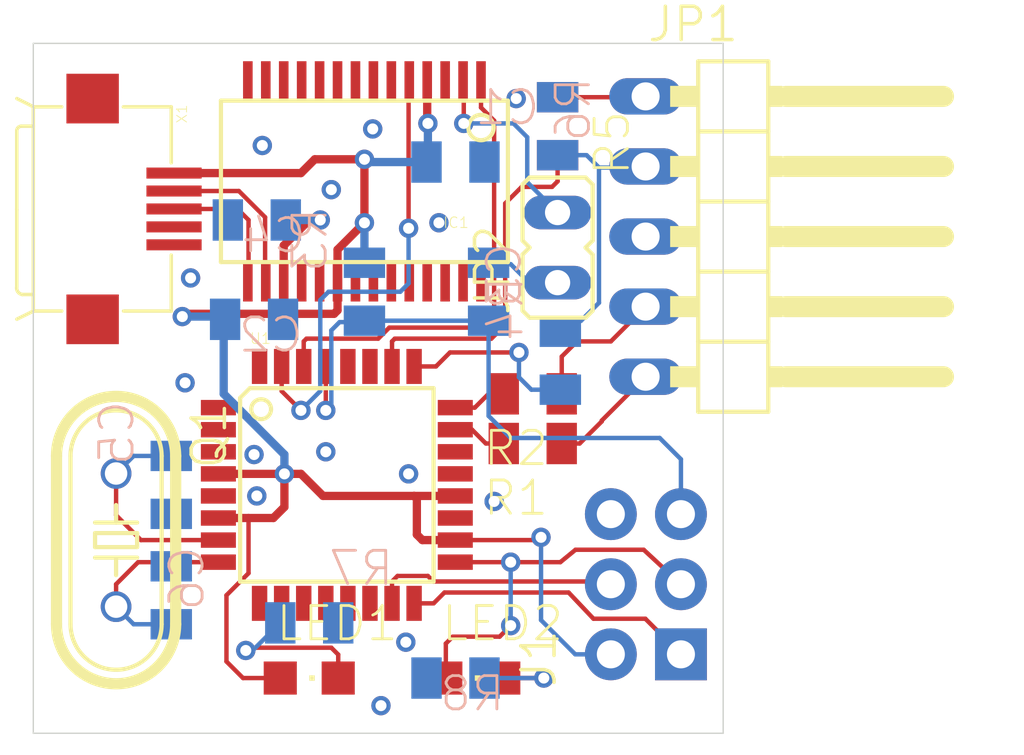
<source format=kicad_pcb>
(kicad_pcb (version 20171130) (host pcbnew 5.1.5+dfsg1-2build2)

  (general
    (thickness 1.6)
    (drawings 4)
    (tracks 207)
    (zones 0)
    (modules 23)
    (nets 52)
  )

  (page A4)
  (layers
    (0 Top signal)
    (31 Bottom signal)
    (32 B.Adhes user)
    (33 F.Adhes user)
    (34 B.Paste user)
    (35 F.Paste user)
    (36 B.SilkS user)
    (37 F.SilkS user)
    (38 B.Mask user)
    (39 F.Mask user)
    (40 Dwgs.User user)
    (41 Cmts.User user)
    (42 Eco1.User user)
    (43 Eco2.User user)
    (44 Edge.Cuts user)
    (45 Margin user)
    (46 B.CrtYd user)
    (47 F.CrtYd user)
    (48 B.Fab user)
    (49 F.Fab user)
  )

  (setup
    (last_trace_width 0.25)
    (trace_clearance 0.2)
    (zone_clearance 0.508)
    (zone_45_only no)
    (trace_min 0.16)
    (via_size 0.8)
    (via_drill 0.4)
    (via_min_size 0.4)
    (via_min_drill 0.3)
    (uvia_size 0.3)
    (uvia_drill 0.1)
    (uvias_allowed no)
    (uvia_min_size 0.2)
    (uvia_min_drill 0.1)
    (edge_width 0.05)
    (segment_width 0.2)
    (pcb_text_width 0.3)
    (pcb_text_size 1.5 1.5)
    (mod_edge_width 0.12)
    (mod_text_size 1 1)
    (mod_text_width 0.15)
    (pad_size 1.524 1.524)
    (pad_drill 0.762)
    (pad_to_mask_clearance 0.051)
    (solder_mask_min_width 0.25)
    (aux_axis_origin 0 0)
    (visible_elements FFFFFF7F)
    (pcbplotparams
      (layerselection 0x010fc_ffffffff)
      (usegerberextensions false)
      (usegerberattributes false)
      (usegerberadvancedattributes false)
      (creategerberjobfile false)
      (excludeedgelayer true)
      (linewidth 0.100000)
      (plotframeref false)
      (viasonmask false)
      (mode 1)
      (useauxorigin false)
      (hpglpennumber 1)
      (hpglpenspeed 20)
      (hpglpendiameter 15.000000)
      (psnegative false)
      (psa4output false)
      (plotreference true)
      (plotvalue true)
      (plotinvisibletext false)
      (padsonsilk false)
      (subtractmaskfromsilk false)
      (outputformat 1)
      (mirror false)
      (drillshape 1)
      (scaleselection 1)
      (outputdirectory ""))
  )

  (net 0 "")
  (net 1 GND)
  (net 2 +5V)
  (net 3 "Net-(U1-Pad32)")
  (net 4 "Net-(IC1-Pad5)")
  (net 5 "Net-(IC1-Pad1)")
  (net 6 "Net-(C3-Pad1)")
  (net 7 "Net-(U1-Pad28)")
  (net 8 "Net-(U1-Pad27)")
  (net 9 "Net-(R5-Pad2)")
  (net 10 "Net-(R4-Pad2)")
  (net 11 "Net-(R2-Pad2)")
  (net 12 "Net-(R1-Pad2)")
  (net 13 "Net-(U1-Pad22)")
  (net 14 "Net-(U1-Pad19)")
  (net 15 "Net-(U1-Pad14)")
  (net 16 "Net-(U1-Pad13)")
  (net 17 "Net-(U1-Pad12)")
  (net 18 "Net-(U1-Pad11)")
  (net 19 "Net-(U1-Pad10)")
  (net 20 "Net-(U1-Pad9)")
  (net 21 "Net-(C6-Pad1)")
  (net 22 "Net-(C5-Pad1)")
  (net 23 "Net-(U1-Pad2)")
  (net 24 "Net-(U1-Pad1)")
  (net 25 "Net-(C3-Pad2)")
  (net 26 "Net-(JP1-Pad5)")
  (net 27 "Net-(JP1-Pad4)")
  (net 28 "Net-(JP1-Pad2)")
  (net 29 "Net-(JP1-Pad1)")
  (net 30 "Net-(IC1-Pad2)")
  (net 31 "Net-(LED2-PadC)")
  (net 32 "Net-(LED1-PadC)")
  (net 33 "Net-(IC1-Pad14)")
  (net 34 "Net-(IC1-Pad13)")
  (net 35 "Net-(IC1-Pad12)")
  (net 36 "Net-(IC1-Pad11)")
  (net 37 "Net-(IC1-Pad10)")
  (net 38 "Net-(IC1-Pad9)")
  (net 39 "Net-(IC1-Pad6)")
  (net 40 "Net-(IC1-Pad3)")
  (net 41 "Net-(IC1-Pad15)")
  (net 42 "Net-(IC1-Pad16)")
  (net 43 "Net-(C4-Pad2)")
  (net 44 "Net-(IC1-Pad19)")
  (net 45 "Net-(IC1-Pad22)")
  (net 46 "Net-(IC1-Pad23)")
  (net 47 "Net-(IC1-Pad27)")
  (net 48 "Net-(IC1-Pad28)")
  (net 49 "Net-(J1-Pad3)")
  (net 50 "Net-(J1-Pad1)")
  (net 51 "Net-(J1-Pad4)")

  (net_class Default "To jest domyślna klasa połączeń."
    (clearance 0.2)
    (trace_width 0.25)
    (via_dia 0.8)
    (via_drill 0.4)
    (uvia_dia 0.3)
    (uvia_drill 0.1)
    (add_net +5V)
    (add_net GND)
    (add_net "Net-(C3-Pad1)")
    (add_net "Net-(C3-Pad2)")
    (add_net "Net-(C4-Pad2)")
    (add_net "Net-(C5-Pad1)")
    (add_net "Net-(C6-Pad1)")
    (add_net "Net-(IC1-Pad1)")
    (add_net "Net-(IC1-Pad10)")
    (add_net "Net-(IC1-Pad11)")
    (add_net "Net-(IC1-Pad12)")
    (add_net "Net-(IC1-Pad13)")
    (add_net "Net-(IC1-Pad14)")
    (add_net "Net-(IC1-Pad15)")
    (add_net "Net-(IC1-Pad16)")
    (add_net "Net-(IC1-Pad19)")
    (add_net "Net-(IC1-Pad2)")
    (add_net "Net-(IC1-Pad22)")
    (add_net "Net-(IC1-Pad23)")
    (add_net "Net-(IC1-Pad27)")
    (add_net "Net-(IC1-Pad28)")
    (add_net "Net-(IC1-Pad3)")
    (add_net "Net-(IC1-Pad5)")
    (add_net "Net-(IC1-Pad6)")
    (add_net "Net-(IC1-Pad9)")
    (add_net "Net-(J1-Pad1)")
    (add_net "Net-(J1-Pad3)")
    (add_net "Net-(J1-Pad4)")
    (add_net "Net-(JP1-Pad1)")
    (add_net "Net-(JP1-Pad2)")
    (add_net "Net-(JP1-Pad4)")
    (add_net "Net-(JP1-Pad5)")
    (add_net "Net-(LED1-PadC)")
    (add_net "Net-(LED2-PadC)")
    (add_net "Net-(R1-Pad2)")
    (add_net "Net-(R2-Pad2)")
    (add_net "Net-(R4-Pad2)")
    (add_net "Net-(R5-Pad2)")
    (add_net "Net-(U1-Pad1)")
    (add_net "Net-(U1-Pad10)")
    (add_net "Net-(U1-Pad11)")
    (add_net "Net-(U1-Pad12)")
    (add_net "Net-(U1-Pad13)")
    (add_net "Net-(U1-Pad14)")
    (add_net "Net-(U1-Pad19)")
    (add_net "Net-(U1-Pad2)")
    (add_net "Net-(U1-Pad22)")
    (add_net "Net-(U1-Pad27)")
    (add_net "Net-(U1-Pad28)")
    (add_net "Net-(U1-Pad32)")
    (add_net "Net-(U1-Pad9)")
  )

  (module approg:TQFP32-08 (layer Top) (tedit 0) (tstamp 6414D069)
    (at 147.0011 108.5036)
    (descr "<B>Thin Plasic Quad Flat Package</B> Grid 0.8 mm")
    (path /B9DBF8A6)
    (fp_text reference U1 (at -3.175 -5.08) (layer F.SilkS)
      (effects (font (size 0.38608 0.38608) (thickness 0.032512)) (justify left bottom))
    )
    (fp_text value ATMEGA328P (at -2.54 6.35) (layer F.Fab)
      (effects (font (size 0.38608 0.38608) (thickness 0.032512)) (justify left bottom))
    )
    (fp_poly (pts (xy -3.0286 -3.556) (xy -2.5714 -3.556) (xy -2.5714 -4.5466) (xy -3.0286 -4.5466)) (layer F.Fab) (width 0))
    (fp_poly (pts (xy -2.2286 -3.556) (xy -1.7714 -3.556) (xy -1.7714 -4.5466) (xy -2.2286 -4.5466)) (layer F.Fab) (width 0))
    (fp_poly (pts (xy -1.4286 -3.556) (xy -0.9714 -3.556) (xy -0.9714 -4.5466) (xy -1.4286 -4.5466)) (layer F.Fab) (width 0))
    (fp_poly (pts (xy -0.6286 -3.556) (xy -0.1714 -3.556) (xy -0.1714 -4.5466) (xy -0.6286 -4.5466)) (layer F.Fab) (width 0))
    (fp_poly (pts (xy 0.1714 -3.556) (xy 0.6286 -3.556) (xy 0.6286 -4.5466) (xy 0.1714 -4.5466)) (layer F.Fab) (width 0))
    (fp_poly (pts (xy 0.9714 -3.556) (xy 1.4286 -3.556) (xy 1.4286 -4.5466) (xy 0.9714 -4.5466)) (layer F.Fab) (width 0))
    (fp_poly (pts (xy 1.7714 -3.556) (xy 2.2286 -3.556) (xy 2.2286 -4.5466) (xy 1.7714 -4.5466)) (layer F.Fab) (width 0))
    (fp_poly (pts (xy 2.5714 -3.556) (xy 3.0286 -3.556) (xy 3.0286 -4.5466) (xy 2.5714 -4.5466)) (layer F.Fab) (width 0))
    (fp_poly (pts (xy 3.556 -2.5714) (xy 4.5466 -2.5714) (xy 4.5466 -3.0286) (xy 3.556 -3.0286)) (layer F.Fab) (width 0))
    (fp_poly (pts (xy 3.556 -1.7714) (xy 4.5466 -1.7714) (xy 4.5466 -2.2286) (xy 3.556 -2.2286)) (layer F.Fab) (width 0))
    (fp_poly (pts (xy 3.556 -0.9714) (xy 4.5466 -0.9714) (xy 4.5466 -1.4286) (xy 3.556 -1.4286)) (layer F.Fab) (width 0))
    (fp_poly (pts (xy 3.556 -0.1714) (xy 4.5466 -0.1714) (xy 4.5466 -0.6286) (xy 3.556 -0.6286)) (layer F.Fab) (width 0))
    (fp_poly (pts (xy 3.556 0.6286) (xy 4.5466 0.6286) (xy 4.5466 0.1714) (xy 3.556 0.1714)) (layer F.Fab) (width 0))
    (fp_poly (pts (xy 3.556 1.4286) (xy 4.5466 1.4286) (xy 4.5466 0.9714) (xy 3.556 0.9714)) (layer F.Fab) (width 0))
    (fp_poly (pts (xy 3.556 2.2286) (xy 4.5466 2.2286) (xy 4.5466 1.7714) (xy 3.556 1.7714)) (layer F.Fab) (width 0))
    (fp_poly (pts (xy 3.556 3.0286) (xy 4.5466 3.0286) (xy 4.5466 2.5714) (xy 3.556 2.5714)) (layer F.Fab) (width 0))
    (fp_poly (pts (xy 2.5714 4.5466) (xy 3.0286 4.5466) (xy 3.0286 3.556) (xy 2.5714 3.556)) (layer F.Fab) (width 0))
    (fp_poly (pts (xy 1.7714 4.5466) (xy 2.2286 4.5466) (xy 2.2286 3.556) (xy 1.7714 3.556)) (layer F.Fab) (width 0))
    (fp_poly (pts (xy 0.9714 4.5466) (xy 1.4286 4.5466) (xy 1.4286 3.556) (xy 0.9714 3.556)) (layer F.Fab) (width 0))
    (fp_poly (pts (xy 0.1714 4.5466) (xy 0.6286 4.5466) (xy 0.6286 3.556) (xy 0.1714 3.556)) (layer F.Fab) (width 0))
    (fp_poly (pts (xy -0.6286 4.5466) (xy -0.1714 4.5466) (xy -0.1714 3.556) (xy -0.6286 3.556)) (layer F.Fab) (width 0))
    (fp_poly (pts (xy -1.4286 4.5466) (xy -0.9714 4.5466) (xy -0.9714 3.556) (xy -1.4286 3.556)) (layer F.Fab) (width 0))
    (fp_poly (pts (xy -2.2286 4.5466) (xy -1.7714 4.5466) (xy -1.7714 3.556) (xy -2.2286 3.556)) (layer F.Fab) (width 0))
    (fp_poly (pts (xy -3.0286 4.5466) (xy -2.5714 4.5466) (xy -2.5714 3.556) (xy -3.0286 3.556)) (layer F.Fab) (width 0))
    (fp_poly (pts (xy -4.5466 3.0286) (xy -3.556 3.0286) (xy -3.556 2.5714) (xy -4.5466 2.5714)) (layer F.Fab) (width 0))
    (fp_poly (pts (xy -4.5466 2.2286) (xy -3.556 2.2286) (xy -3.556 1.7714) (xy -4.5466 1.7714)) (layer F.Fab) (width 0))
    (fp_poly (pts (xy -4.5466 1.4286) (xy -3.556 1.4286) (xy -3.556 0.9714) (xy -4.5466 0.9714)) (layer F.Fab) (width 0))
    (fp_poly (pts (xy -4.5466 0.6286) (xy -3.556 0.6286) (xy -3.556 0.1714) (xy -4.5466 0.1714)) (layer F.Fab) (width 0))
    (fp_poly (pts (xy -4.5466 -0.1714) (xy -3.556 -0.1714) (xy -3.556 -0.6286) (xy -4.5466 -0.6286)) (layer F.Fab) (width 0))
    (fp_poly (pts (xy -4.5466 -0.9714) (xy -3.556 -0.9714) (xy -3.556 -1.4286) (xy -4.5466 -1.4286)) (layer F.Fab) (width 0))
    (fp_poly (pts (xy -4.5466 -1.7714) (xy -3.556 -1.7714) (xy -3.556 -2.2286) (xy -4.5466 -2.2286)) (layer F.Fab) (width 0))
    (fp_poly (pts (xy -4.5466 -2.5714) (xy -3.556 -2.5714) (xy -3.556 -3.0286) (xy -4.5466 -3.0286)) (layer F.Fab) (width 0))
    (fp_circle (center -2.7432 -2.7432) (end -2.384 -2.7432) (layer F.SilkS) (width 0.1524))
    (fp_line (start -3.15 -3.505) (end -3.505 -3.15) (layer F.SilkS) (width 0.1524))
    (fp_line (start -3.15 -3.505) (end 3.505 -3.505) (layer F.SilkS) (width 0.1524))
    (fp_line (start -3.505 3.505) (end -3.505 -3.15) (layer F.SilkS) (width 0.1524))
    (fp_line (start 3.505 3.505) (end -3.505 3.505) (layer F.SilkS) (width 0.1524))
    (fp_line (start 3.505 -3.505) (end 3.505 3.505) (layer F.SilkS) (width 0.1524))
    (pad 32 smd rect (at -2.8 -4.2926) (size 0.5588 1.27) (layers Top F.Paste F.Mask)
      (net 3 "Net-(U1-Pad32)") (solder_mask_margin 0.1016))
    (pad 31 smd rect (at -2 -4.2926) (size 0.5588 1.27) (layers Top F.Paste F.Mask)
      (net 4 "Net-(IC1-Pad5)") (solder_mask_margin 0.1016))
    (pad 30 smd rect (at -1.2 -4.2926) (size 0.5588 1.27) (layers Top F.Paste F.Mask)
      (net 5 "Net-(IC1-Pad1)") (solder_mask_margin 0.1016))
    (pad 29 smd rect (at -0.4 -4.2926) (size 0.5588 1.27) (layers Top F.Paste F.Mask)
      (net 6 "Net-(C3-Pad1)") (solder_mask_margin 0.1016))
    (pad 28 smd rect (at 0.4 -4.2926) (size 0.5588 1.27) (layers Top F.Paste F.Mask)
      (net 7 "Net-(U1-Pad28)") (solder_mask_margin 0.1016))
    (pad 27 smd rect (at 1.2 -4.2926) (size 0.5588 1.27) (layers Top F.Paste F.Mask)
      (net 8 "Net-(U1-Pad27)") (solder_mask_margin 0.1016))
    (pad 26 smd rect (at 2 -4.2926) (size 0.5588 1.27) (layers Top F.Paste F.Mask)
      (net 9 "Net-(R5-Pad2)") (solder_mask_margin 0.1016))
    (pad 25 smd rect (at 2.8 -4.2926) (size 0.5588 1.27) (layers Top F.Paste F.Mask)
      (net 10 "Net-(R4-Pad2)") (solder_mask_margin 0.1016))
    (pad 24 smd rect (at 4.2926 -2.8) (size 1.27 0.5588) (layers Top F.Paste F.Mask)
      (net 11 "Net-(R2-Pad2)") (solder_mask_margin 0.1016))
    (pad 23 smd rect (at 4.2926 -2) (size 1.27 0.5588) (layers Top F.Paste F.Mask)
      (net 12 "Net-(R1-Pad2)") (solder_mask_margin 0.1016))
    (pad 22 smd rect (at 4.2926 -1.2) (size 1.27 0.5588) (layers Top F.Paste F.Mask)
      (net 13 "Net-(U1-Pad22)") (solder_mask_margin 0.1016))
    (pad 21 smd rect (at 4.2926 -0.4) (size 1.27 0.5588) (layers Top F.Paste F.Mask)
      (net 1 GND) (solder_mask_margin 0.1016))
    (pad 20 smd rect (at 4.2926 0.4) (size 1.27 0.5588) (layers Top F.Paste F.Mask)
      (net 2 +5V) (solder_mask_margin 0.1016))
    (pad 19 smd rect (at 4.2926 1.2) (size 1.27 0.5588) (layers Top F.Paste F.Mask)
      (net 14 "Net-(U1-Pad19)") (solder_mask_margin 0.1016))
    (pad 18 smd rect (at 4.2926 2) (size 1.27 0.5588) (layers Top F.Paste F.Mask)
      (net 2 +5V) (solder_mask_margin 0.1016))
    (pad 17 smd rect (at 4.2926 2.8) (size 1.27 0.5588) (layers Top F.Paste F.Mask)
      (net 49 "Net-(J1-Pad3)") (solder_mask_margin 0.1016))
    (pad 16 smd rect (at 2.8 4.2926) (size 0.5588 1.27) (layers Top F.Paste F.Mask)
      (net 50 "Net-(J1-Pad1)") (solder_mask_margin 0.1016))
    (pad 15 smd rect (at 2 4.2926) (size 0.5588 1.27) (layers Top F.Paste F.Mask)
      (net 51 "Net-(J1-Pad4)") (solder_mask_margin 0.1016))
    (pad 14 smd rect (at 1.2 4.2926) (size 0.5588 1.27) (layers Top F.Paste F.Mask)
      (net 15 "Net-(U1-Pad14)") (solder_mask_margin 0.1016))
    (pad 13 smd rect (at 0.4 4.2926) (size 0.5588 1.27) (layers Top F.Paste F.Mask)
      (net 16 "Net-(U1-Pad13)") (solder_mask_margin 0.1016))
    (pad 12 smd rect (at -0.4 4.2926) (size 0.5588 1.27) (layers Top F.Paste F.Mask)
      (net 17 "Net-(U1-Pad12)") (solder_mask_margin 0.1016))
    (pad 11 smd rect (at -1.2 4.2926) (size 0.5588 1.27) (layers Top F.Paste F.Mask)
      (net 18 "Net-(U1-Pad11)") (solder_mask_margin 0.1016))
    (pad 10 smd rect (at -2 4.2926) (size 0.5588 1.27) (layers Top F.Paste F.Mask)
      (net 19 "Net-(U1-Pad10)") (solder_mask_margin 0.1016))
    (pad 9 smd rect (at -2.8 4.2926) (size 0.5588 1.27) (layers Top F.Paste F.Mask)
      (net 20 "Net-(U1-Pad9)") (solder_mask_margin 0.1016))
    (pad 8 smd rect (at -4.2926 2.8) (size 1.27 0.5588) (layers Top F.Paste F.Mask)
      (net 21 "Net-(C6-Pad1)") (solder_mask_margin 0.1016))
    (pad 7 smd rect (at -4.2926 2) (size 1.27 0.5588) (layers Top F.Paste F.Mask)
      (net 22 "Net-(C5-Pad1)") (solder_mask_margin 0.1016))
    (pad 6 smd rect (at -4.2926 1.2) (size 1.27 0.5588) (layers Top F.Paste F.Mask)
      (net 2 +5V) (solder_mask_margin 0.1016))
    (pad 5 smd rect (at -4.2926 0.4) (size 1.27 0.5588) (layers Top F.Paste F.Mask)
      (net 1 GND) (solder_mask_margin 0.1016))
    (pad 4 smd rect (at -4.2926 -0.4) (size 1.27 0.5588) (layers Top F.Paste F.Mask)
      (net 2 +5V) (solder_mask_margin 0.1016))
    (pad 3 smd rect (at -4.2926 -1.2) (size 1.27 0.5588) (layers Top F.Paste F.Mask)
      (net 1 GND) (solder_mask_margin 0.1016))
    (pad 2 smd rect (at -4.2926 -2) (size 1.27 0.5588) (layers Top F.Paste F.Mask)
      (net 23 "Net-(U1-Pad2)") (solder_mask_margin 0.1016))
    (pad 1 smd rect (at -4.2926 -2.8) (size 1.27 0.5588) (layers Top F.Paste F.Mask)
      (net 24 "Net-(U1-Pad1)") (solder_mask_margin 0.1016))
  )

  (module approg:HC49_S (layer Top) (tedit 0) (tstamp 6414D0B2)
    (at 139.0011 110.5036 270)
    (descr <b>CRYSTAL</b>)
    (path /251395D1)
    (fp_text reference Q1 (at -5.08 -2.667 270) (layer F.SilkS)
      (effects (font (size 1.2065 1.2065) (thickness 0.127)) (justify right top))
    )
    (fp_text value 16MHz (at -5.08 3.937 270) (layer F.Fab)
      (effects (font (size 1.2065 1.2065) (thickness 0.127)) (justify right top))
    )
    (fp_poly (pts (xy 5.08 1.27) (xy 5.715 1.27) (xy 5.715 -1.27) (xy 5.08 -1.27)) (layer Dwgs.User) (width 0))
    (fp_poly (pts (xy 4.445 1.905) (xy 5.08 1.905) (xy 5.08 -1.905) (xy 4.445 -1.905)) (layer Dwgs.User) (width 0))
    (fp_poly (pts (xy -5.715 1.27) (xy -5.08 1.27) (xy -5.08 -1.27) (xy -5.715 -1.27)) (layer Dwgs.User) (width 0))
    (fp_poly (pts (xy -5.08 1.905) (xy -4.445 1.905) (xy -4.445 -1.905) (xy -5.08 -1.905)) (layer Dwgs.User) (width 0))
    (fp_poly (pts (xy -4.445 2.54) (xy 4.445 2.54) (xy 4.445 -2.54) (xy -4.445 -2.54)) (layer Dwgs.User) (width 0))
    (fp_arc (start 3.048 0) (end 3.048 1.651) (angle -180) (layer F.SilkS) (width 0.1524))
    (fp_arc (start -3.048 0) (end -3.048 -1.651) (angle -180) (layer F.SilkS) (width 0.1524))
    (fp_arc (start 3.048 0) (end 3.048 2.159) (angle -180) (layer F.SilkS) (width 0.4064))
    (fp_arc (start -3.048 0) (end -3.048 -2.159) (angle -180) (layer F.SilkS) (width 0.4064))
    (fp_line (start -0.635 0) (end -1.27 0) (layer F.SilkS) (width 0.1524))
    (fp_line (start 0.635 0) (end 1.27 0) (layer F.SilkS) (width 0.1524))
    (fp_line (start -0.635 0) (end -0.635 0.762) (layer F.SilkS) (width 0.1524))
    (fp_line (start -0.635 -0.762) (end -0.635 0) (layer F.SilkS) (width 0.1524))
    (fp_line (start 0.635 0) (end 0.635 0.762) (layer F.SilkS) (width 0.1524))
    (fp_line (start 0.635 -0.762) (end 0.635 0) (layer F.SilkS) (width 0.1524))
    (fp_line (start -0.254 0.762) (end -0.254 -0.762) (layer F.SilkS) (width 0.1524))
    (fp_line (start 0.254 0.762) (end -0.254 0.762) (layer F.SilkS) (width 0.1524))
    (fp_line (start 0.254 -0.762) (end 0.254 0.762) (layer F.SilkS) (width 0.1524))
    (fp_line (start -0.254 -0.762) (end 0.254 -0.762) (layer F.SilkS) (width 0.1524))
    (fp_line (start 3.048 -1.651) (end -3.048 -1.651) (layer F.SilkS) (width 0.1524))
    (fp_line (start -3.048 1.651) (end 3.048 1.651) (layer F.SilkS) (width 0.1524))
    (fp_line (start -3.048 -2.159) (end 3.048 -2.159) (layer F.SilkS) (width 0.4064))
    (fp_line (start -3.048 2.159) (end 3.048 2.159) (layer F.SilkS) (width 0.4064))
    (pad 2 thru_hole circle (at 2.413 0 270) (size 1.1128 1.1128) (drill 0.8128) (layers *.Cu *.Mask)
      (net 21 "Net-(C6-Pad1)") (solder_mask_margin 0.1016))
    (pad 1 thru_hole circle (at -2.413 0 270) (size 1.1128 1.1128) (drill 0.8128) (layers *.Cu *.Mask)
      (net 22 "Net-(C5-Pad1)") (solder_mask_margin 0.1016))
  )

  (module approg:R0805 (layer Bottom) (tedit 0) (tstamp 6414D0CE)
    (at 141.0011 108.5036 270)
    (path /2C64D552)
    (fp_text reference C5 (at -0.635 1.27 270) (layer B.SilkS)
      (effects (font (size 1.2065 1.2065) (thickness 0.1016)) (justify right bottom mirror))
    )
    (fp_text value 22p (at -0.635 -2.54 270) (layer B.Fab)
      (effects (font (size 1.2065 1.2065) (thickness 0.1016)) (justify right bottom mirror))
    )
    (fp_poly (pts (xy -0.1999 -0.5001) (xy 0.1999 -0.5001) (xy 0.1999 0.5001) (xy -0.1999 0.5001)) (layer B.Adhes) (width 0))
    (fp_poly (pts (xy -1.0668 -0.6985) (xy -0.4168 -0.6985) (xy -0.4168 0.7015) (xy -1.0668 0.7015)) (layer B.Fab) (width 0))
    (fp_poly (pts (xy 0.4064 -0.6985) (xy 1.0564 -0.6985) (xy 1.0564 0.7015) (xy 0.4064 0.7015)) (layer B.Fab) (width 0))
    (fp_line (start -1.973 -0.983) (end -1.973 0.983) (layer Dwgs.User) (width 0.0508))
    (fp_line (start 1.973 -0.983) (end -1.973 -0.983) (layer Dwgs.User) (width 0.0508))
    (fp_line (start 1.973 0.983) (end 1.973 -0.983) (layer Dwgs.User) (width 0.0508))
    (fp_line (start -1.973 0.983) (end 1.973 0.983) (layer Dwgs.User) (width 0.0508))
    (fp_line (start -0.41 -0.635) (end 0.41 -0.635) (layer B.Fab) (width 0.1524))
    (fp_line (start -0.41 0.635) (end 0.41 0.635) (layer B.Fab) (width 0.1524))
    (pad 2 smd rect (at 1.05 0 270) (size 1.1 1.5) (layers Bottom B.Paste B.Mask)
      (net 1 GND) (solder_mask_margin 0.1016))
    (pad 1 smd rect (at -1.05 0 270) (size 1.1 1.5) (layers Bottom B.Paste B.Mask)
      (net 22 "Net-(C5-Pad1)") (solder_mask_margin 0.1016))
  )

  (module approg:R0805 (layer Bottom) (tedit 0) (tstamp 6414D0DC)
    (at 141.0011 112.5036 90)
    (path /2B1091FC)
    (fp_text reference C6 (at -0.635 1.27 90) (layer B.SilkS)
      (effects (font (size 1.2065 1.2065) (thickness 0.1016)) (justify right bottom mirror))
    )
    (fp_text value 22p (at -0.635 -2.54 90) (layer B.Fab)
      (effects (font (size 1.2065 1.2065) (thickness 0.1016)) (justify right bottom mirror))
    )
    (fp_poly (pts (xy -0.1999 -0.5001) (xy 0.1999 -0.5001) (xy 0.1999 0.5001) (xy -0.1999 0.5001)) (layer B.Adhes) (width 0))
    (fp_poly (pts (xy -1.0668 -0.6985) (xy -0.4168 -0.6985) (xy -0.4168 0.7015) (xy -1.0668 0.7015)) (layer B.Fab) (width 0))
    (fp_poly (pts (xy 0.4064 -0.6985) (xy 1.0564 -0.6985) (xy 1.0564 0.7015) (xy 0.4064 0.7015)) (layer B.Fab) (width 0))
    (fp_line (start -1.973 -0.983) (end -1.973 0.983) (layer Dwgs.User) (width 0.0508))
    (fp_line (start 1.973 -0.983) (end -1.973 -0.983) (layer Dwgs.User) (width 0.0508))
    (fp_line (start 1.973 0.983) (end 1.973 -0.983) (layer Dwgs.User) (width 0.0508))
    (fp_line (start -1.973 0.983) (end 1.973 0.983) (layer Dwgs.User) (width 0.0508))
    (fp_line (start -0.41 -0.635) (end 0.41 -0.635) (layer B.Fab) (width 0.1524))
    (fp_line (start -0.41 0.635) (end 0.41 0.635) (layer B.Fab) (width 0.1524))
    (pad 2 smd rect (at 1.05 0 90) (size 1.1 1.5) (layers Bottom B.Paste B.Mask)
      (net 1 GND) (solder_mask_margin 0.1016))
    (pad 1 smd rect (at -1.05 0 90) (size 1.1 1.5) (layers Bottom B.Paste B.Mask)
      (net 21 "Net-(C6-Pad1)") (solder_mask_margin 0.1016))
  )

  (module approg:R0805 (layer Bottom) (tedit 0) (tstamp 6414D0EA)
    (at 144.0011 102.5036)
    (path /500D594B)
    (fp_text reference C2 (at -0.635 1.27) (layer B.SilkS)
      (effects (font (size 1.2065 1.2065) (thickness 0.1016)) (justify right bottom mirror))
    )
    (fp_text value 1u (at -0.635 -2.54) (layer B.Fab)
      (effects (font (size 1.2065 1.2065) (thickness 0.1016)) (justify right bottom mirror))
    )
    (fp_poly (pts (xy -0.1999 -0.5001) (xy 0.1999 -0.5001) (xy 0.1999 0.5001) (xy -0.1999 0.5001)) (layer B.Adhes) (width 0))
    (fp_poly (pts (xy -1.0668 -0.6985) (xy -0.4168 -0.6985) (xy -0.4168 0.7015) (xy -1.0668 0.7015)) (layer B.Fab) (width 0))
    (fp_poly (pts (xy 0.4064 -0.6985) (xy 1.0564 -0.6985) (xy 1.0564 0.7015) (xy 0.4064 0.7015)) (layer B.Fab) (width 0))
    (fp_line (start -1.973 -0.983) (end -1.973 0.983) (layer Dwgs.User) (width 0.0508))
    (fp_line (start 1.973 -0.983) (end -1.973 -0.983) (layer Dwgs.User) (width 0.0508))
    (fp_line (start 1.973 0.983) (end 1.973 -0.983) (layer Dwgs.User) (width 0.0508))
    (fp_line (start -1.973 0.983) (end 1.973 0.983) (layer Dwgs.User) (width 0.0508))
    (fp_line (start -0.41 -0.635) (end 0.41 -0.635) (layer B.Fab) (width 0.1524))
    (fp_line (start -0.41 0.635) (end 0.41 0.635) (layer B.Fab) (width 0.1524))
    (pad 2 smd rect (at 1.05 0) (size 1.1 1.5) (layers Bottom B.Paste B.Mask)
      (net 1 GND) (solder_mask_margin 0.1016))
    (pad 1 smd rect (at -1.05 0) (size 1.1 1.5) (layers Bottom B.Paste B.Mask)
      (net 2 +5V) (solder_mask_margin 0.1016))
  )

  (module approg:R0805 (layer Bottom) (tedit 0) (tstamp 6414D0F8)
    (at 152.5011 101.5036 90)
    (path /33E2C1B3)
    (fp_text reference C3 (at -0.635 1.27 90) (layer B.SilkS)
      (effects (font (size 1.2065 1.2065) (thickness 0.1016)) (justify right bottom mirror))
    )
    (fp_text value 1u (at -0.635 -2.54 90) (layer B.Fab)
      (effects (font (size 1.2065 1.2065) (thickness 0.1016)) (justify right bottom mirror))
    )
    (fp_poly (pts (xy -0.1999 -0.5001) (xy 0.1999 -0.5001) (xy 0.1999 0.5001) (xy -0.1999 0.5001)) (layer B.Adhes) (width 0))
    (fp_poly (pts (xy -1.0668 -0.6985) (xy -0.4168 -0.6985) (xy -0.4168 0.7015) (xy -1.0668 0.7015)) (layer B.Fab) (width 0))
    (fp_poly (pts (xy 0.4064 -0.6985) (xy 1.0564 -0.6985) (xy 1.0564 0.7015) (xy 0.4064 0.7015)) (layer B.Fab) (width 0))
    (fp_line (start -1.973 -0.983) (end -1.973 0.983) (layer Dwgs.User) (width 0.0508))
    (fp_line (start 1.973 -0.983) (end -1.973 -0.983) (layer Dwgs.User) (width 0.0508))
    (fp_line (start 1.973 0.983) (end 1.973 -0.983) (layer Dwgs.User) (width 0.0508))
    (fp_line (start -1.973 0.983) (end 1.973 0.983) (layer Dwgs.User) (width 0.0508))
    (fp_line (start -0.41 -0.635) (end 0.41 -0.635) (layer B.Fab) (width 0.1524))
    (fp_line (start -0.41 0.635) (end 0.41 0.635) (layer B.Fab) (width 0.1524))
    (pad 2 smd rect (at 1.05 0 90) (size 1.1 1.5) (layers Bottom B.Paste B.Mask)
      (net 25 "Net-(C3-Pad2)") (solder_mask_margin 0.1016))
    (pad 1 smd rect (at -1.05 0 90) (size 1.1 1.5) (layers Bottom B.Paste B.Mask)
      (net 6 "Net-(C3-Pad1)") (solder_mask_margin 0.1016))
  )

  (module approg:R0805 (layer Bottom) (tedit 0) (tstamp 6414D106)
    (at 148.0011 101.5036 270)
    (path /26020ECB)
    (fp_text reference R3 (at -0.635 1.27 270) (layer B.SilkS)
      (effects (font (size 1.2065 1.2065) (thickness 0.1016)) (justify right bottom mirror))
    )
    (fp_text value 10k (at -0.635 -2.54 270) (layer B.Fab)
      (effects (font (size 1.2065 1.2065) (thickness 0.1016)) (justify right bottom mirror))
    )
    (fp_poly (pts (xy -0.1999 -0.5001) (xy 0.1999 -0.5001) (xy 0.1999 0.5001) (xy -0.1999 0.5001)) (layer B.Adhes) (width 0))
    (fp_poly (pts (xy -1.0668 -0.6985) (xy -0.4168 -0.6985) (xy -0.4168 0.7015) (xy -1.0668 0.7015)) (layer B.Fab) (width 0))
    (fp_poly (pts (xy 0.4064 -0.6985) (xy 1.0564 -0.6985) (xy 1.0564 0.7015) (xy 0.4064 0.7015)) (layer B.Fab) (width 0))
    (fp_line (start -1.973 -0.983) (end -1.973 0.983) (layer Dwgs.User) (width 0.0508))
    (fp_line (start 1.973 -0.983) (end -1.973 -0.983) (layer Dwgs.User) (width 0.0508))
    (fp_line (start 1.973 0.983) (end 1.973 -0.983) (layer Dwgs.User) (width 0.0508))
    (fp_line (start -1.973 0.983) (end 1.973 0.983) (layer Dwgs.User) (width 0.0508))
    (fp_line (start -0.41 -0.635) (end 0.41 -0.635) (layer B.Fab) (width 0.1524))
    (fp_line (start -0.41 0.635) (end 0.41 0.635) (layer B.Fab) (width 0.1524))
    (pad 2 smd rect (at 1.05 0 270) (size 1.1 1.5) (layers Bottom B.Paste B.Mask)
      (net 6 "Net-(C3-Pad1)") (solder_mask_margin 0.1016))
    (pad 1 smd rect (at -1.05 0 270) (size 1.1 1.5) (layers Bottom B.Paste B.Mask)
      (net 2 +5V) (solder_mask_margin 0.1016))
  )

  (module approg:1X05_90 (layer Top) (tedit 0) (tstamp 6414D114)
    (at 162.0011 99.5036 270)
    (descr "<b>PIN HEADER</b>")
    (path /2F430EF2)
    (fp_text reference JP1 (at -6.985 3.81) (layer F.SilkS)
      (effects (font (size 1.2065 1.2065) (thickness 0.127)) (justify left bottom))
    )
    (fp_text value PINHD-1X5_90 (at 8.255 3.81) (layer F.Fab)
      (effects (font (size 1.2065 1.2065) (thickness 0.1016)) (justify left bottom))
    )
    (fp_poly (pts (xy 4.699 2.921) (xy 5.461 2.921) (xy 5.461 1.905) (xy 4.699 1.905)) (layer F.SilkS) (width 0))
    (fp_poly (pts (xy 2.159 2.921) (xy 2.921 2.921) (xy 2.921 1.905) (xy 2.159 1.905)) (layer F.SilkS) (width 0))
    (fp_poly (pts (xy -0.381 2.921) (xy 0.381 2.921) (xy 0.381 1.905) (xy -0.381 1.905)) (layer F.SilkS) (width 0))
    (fp_poly (pts (xy -2.921 2.921) (xy -2.159 2.921) (xy -2.159 1.905) (xy -2.921 1.905)) (layer F.SilkS) (width 0))
    (fp_poly (pts (xy -5.461 2.921) (xy -4.699 2.921) (xy -4.699 1.905) (xy -5.461 1.905)) (layer F.SilkS) (width 0))
    (fp_poly (pts (xy 4.699 -0.635) (xy 5.461 -0.635) (xy 5.461 -1.143) (xy 4.699 -1.143)) (layer F.SilkS) (width 0))
    (fp_poly (pts (xy 2.159 -0.635) (xy 2.921 -0.635) (xy 2.921 -1.143) (xy 2.159 -1.143)) (layer F.SilkS) (width 0))
    (fp_poly (pts (xy -0.381 -0.635) (xy 0.381 -0.635) (xy 0.381 -1.143) (xy -0.381 -1.143)) (layer F.SilkS) (width 0))
    (fp_poly (pts (xy -2.921 -0.635) (xy -2.159 -0.635) (xy -2.159 -1.143) (xy -2.921 -1.143)) (layer F.SilkS) (width 0))
    (fp_poly (pts (xy -5.461 -0.635) (xy -4.699 -0.635) (xy -4.699 -1.143) (xy -5.461 -1.143)) (layer F.SilkS) (width 0))
    (fp_line (start 5.08 -6.985) (end 5.08 -1.27) (layer F.SilkS) (width 0.762))
    (fp_line (start 6.35 -0.635) (end 3.81 -0.635) (layer F.SilkS) (width 0.1524))
    (fp_line (start 6.35 1.905) (end 6.35 -0.635) (layer F.SilkS) (width 0.1524))
    (fp_line (start 3.81 1.905) (end 6.35 1.905) (layer F.SilkS) (width 0.1524))
    (fp_line (start 2.54 -6.985) (end 2.54 -1.27) (layer F.SilkS) (width 0.762))
    (fp_line (start 3.81 -0.635) (end 1.27 -0.635) (layer F.SilkS) (width 0.1524))
    (fp_line (start 3.81 1.905) (end 3.81 -0.635) (layer F.SilkS) (width 0.1524))
    (fp_line (start 1.27 1.905) (end 3.81 1.905) (layer F.SilkS) (width 0.1524))
    (fp_line (start 0 -6.985) (end 0 -1.27) (layer F.SilkS) (width 0.762))
    (fp_line (start 1.27 -0.635) (end -1.27 -0.635) (layer F.SilkS) (width 0.1524))
    (fp_line (start 1.27 1.905) (end 1.27 -0.635) (layer F.SilkS) (width 0.1524))
    (fp_line (start -1.27 1.905) (end 1.27 1.905) (layer F.SilkS) (width 0.1524))
    (fp_line (start -2.54 -6.985) (end -2.54 -1.27) (layer F.SilkS) (width 0.762))
    (fp_line (start -1.27 -0.635) (end -3.81 -0.635) (layer F.SilkS) (width 0.1524))
    (fp_line (start -1.27 1.905) (end -1.27 -0.635) (layer F.SilkS) (width 0.1524))
    (fp_line (start -3.81 1.905) (end -1.27 1.905) (layer F.SilkS) (width 0.1524))
    (fp_line (start -5.08 -6.985) (end -5.08 -1.27) (layer F.SilkS) (width 0.762))
    (fp_line (start -6.35 -0.635) (end -6.35 1.905) (layer F.SilkS) (width 0.1524))
    (fp_line (start -3.81 -0.635) (end -6.35 -0.635) (layer F.SilkS) (width 0.1524))
    (fp_line (start -3.81 1.905) (end -3.81 -0.635) (layer F.SilkS) (width 0.1524))
    (fp_line (start -6.35 1.905) (end -3.81 1.905) (layer F.SilkS) (width 0.1524))
    (pad 5 thru_hole oval (at 5.08 3.81) (size 2.632 1.316) (drill 1.016) (layers *.Cu *.Mask)
      (net 26 "Net-(JP1-Pad5)") (solder_mask_margin 0.1016))
    (pad 4 thru_hole oval (at 2.54 3.81) (size 2.632 1.316) (drill 1.016) (layers *.Cu *.Mask)
      (net 27 "Net-(JP1-Pad4)") (solder_mask_margin 0.1016))
    (pad 3 thru_hole oval (at 0 3.81) (size 2.632 1.316) (drill 1.016) (layers *.Cu *.Mask)
      (net 1 GND) (solder_mask_margin 0.1016))
    (pad 2 thru_hole oval (at -2.54 3.81) (size 2.632 1.316) (drill 1.016) (layers *.Cu *.Mask)
      (net 28 "Net-(JP1-Pad2)") (solder_mask_margin 0.1016))
    (pad 1 thru_hole oval (at -5.08 3.81) (size 2.632 1.316) (drill 1.016) (layers *.Cu *.Mask)
      (net 29 "Net-(JP1-Pad1)") (solder_mask_margin 0.1016))
  )

  (module approg:JP1 (layer Top) (tedit 0) (tstamp 6414D13B)
    (at 155.0011 99.9036)
    (descr <b>JUMPER</b>)
    (path /FA93C76E)
    (fp_text reference JP2 (at -1.651 2.54 90) (layer F.SilkS)
      (effects (font (size 1.2065 1.2065) (thickness 0.127)) (justify left bottom))
    )
    (fp_text value JP1E (at 2.921 2.54 90) (layer F.Fab)
      (effects (font (size 1.2065 1.2065) (thickness 0.127)) (justify left bottom))
    )
    (fp_poly (pts (xy -0.3048 1.5748) (xy 0.3048 1.5748) (xy 0.3048 0.9652) (xy -0.3048 0.9652)) (layer F.Fab) (width 0))
    (fp_poly (pts (xy -0.3048 -0.9652) (xy 0.3048 -0.9652) (xy 0.3048 -1.5748) (xy -0.3048 -1.5748)) (layer F.Fab) (width 0))
    (fp_line (start -1.016 2.54) (end 1.016 2.54) (layer F.SilkS) (width 0.1524))
    (fp_line (start -1.016 2.54) (end -1.27 2.286) (layer F.SilkS) (width 0.1524))
    (fp_line (start -1.27 0.254) (end -1.27 2.286) (layer F.SilkS) (width 0.1524))
    (fp_line (start -1.27 -2.286) (end -1.27 -0.254) (layer F.SilkS) (width 0.1524))
    (fp_line (start -1.27 -2.286) (end -1.016 -2.54) (layer F.SilkS) (width 0.1524))
    (fp_line (start 1.016 -2.54) (end -1.016 -2.54) (layer F.SilkS) (width 0.1524))
    (fp_line (start 1.27 -2.286) (end 1.27 -0.254) (layer F.SilkS) (width 0.1524))
    (fp_line (start 1.27 -2.286) (end 1.016 -2.54) (layer F.SilkS) (width 0.1524))
    (fp_line (start 1.016 2.54) (end 1.27 2.286) (layer F.SilkS) (width 0.1524))
    (fp_line (start 1.27 0.254) (end 1.27 2.286) (layer F.SilkS) (width 0.1524))
    (fp_line (start 1.016 0) (end 1.27 0.254) (layer F.SilkS) (width 0.1524))
    (fp_line (start 1.016 0) (end 1.27 -0.254) (layer F.SilkS) (width 0.1524))
    (fp_line (start -1.016 0) (end -1.27 0.254) (layer F.SilkS) (width 0.1524))
    (fp_line (start -1.016 0) (end -1.27 -0.254) (layer F.SilkS) (width 0.1524))
    (pad 2 thru_hole oval (at 0 -1.27) (size 2.4288 1.2144) (drill 0.9144) (layers *.Cu *.Mask)
      (net 30 "Net-(IC1-Pad2)") (solder_mask_margin 0.1016))
    (pad 1 thru_hole oval (at 0 1.27) (size 2.4288 1.2144) (drill 0.9144) (layers *.Cu *.Mask)
      (net 25 "Net-(C3-Pad2)") (solder_mask_margin 0.1016))
  )

  (module approg:2X3-NS (layer Top) (tedit 0) (tstamp 6414D150)
    (at 158.2011 112.1036 90)
    (path /0F426D14)
    (fp_text reference J1 (at -3.81 -3.175 90) (layer F.SilkS)
      (effects (font (size 1.2065 1.2065) (thickness 0.127)) (justify left bottom))
    )
    (fp_text value AVR_SPI_PRG_6NS (at -3.81 4.445 90) (layer F.Fab)
      (effects (font (size 1.2065 1.2065) (thickness 0.1016)) (justify left bottom))
    )
    (fp_poly (pts (xy 2.286 1.524) (xy 2.794 1.524) (xy 2.794 1.016) (xy 2.286 1.016)) (layer F.Fab) (width 0))
    (fp_poly (pts (xy 2.286 -1.016) (xy 2.794 -1.016) (xy 2.794 -1.524) (xy 2.286 -1.524)) (layer F.Fab) (width 0))
    (fp_poly (pts (xy -0.254 1.524) (xy 0.254 1.524) (xy 0.254 1.016) (xy -0.254 1.016)) (layer F.Fab) (width 0))
    (fp_poly (pts (xy -0.254 -1.016) (xy 0.254 -1.016) (xy 0.254 -1.524) (xy -0.254 -1.524)) (layer F.Fab) (width 0))
    (fp_poly (pts (xy -2.794 -1.016) (xy -2.286 -1.016) (xy -2.286 -1.524) (xy -2.794 -1.524)) (layer F.Fab) (width 0))
    (fp_poly (pts (xy -2.794 1.524) (xy -2.286 1.524) (xy -2.286 1.016) (xy -2.794 1.016)) (layer F.Fab) (width 0))
    (fp_line (start -1.905 2.875) (end -3.175 2.875) (layer F.Fab) (width 0.2032))
    (fp_line (start -3.175 2.54) (end -1.905 2.54) (layer F.Fab) (width 0.2032))
    (fp_line (start -0.635 2.54) (end 0.635 2.54) (layer F.Fab) (width 0.2032))
    (fp_line (start 1.905 2.54) (end 3.175 2.54) (layer F.Fab) (width 0.2032))
    (fp_line (start 3.81 -1.905) (end 3.81 1.905) (layer F.Fab) (width 0.2032))
    (fp_line (start 1.27 -1.905) (end 1.27 1.905) (layer F.Fab) (width 0.2032))
    (fp_line (start -1.27 -1.905) (end -1.27 1.905) (layer F.Fab) (width 0.2032))
    (fp_line (start 3.175 -2.54) (end 3.81 -1.905) (layer F.Fab) (width 0.2032))
    (fp_line (start 1.905 -2.54) (end 3.175 -2.54) (layer F.Fab) (width 0.2032))
    (fp_line (start 1.27 -1.905) (end 1.905 -2.54) (layer F.Fab) (width 0.2032))
    (fp_line (start 0.635 -2.54) (end 1.27 -1.905) (layer F.Fab) (width 0.2032))
    (fp_line (start -0.635 -2.54) (end 0.635 -2.54) (layer F.Fab) (width 0.2032))
    (fp_line (start -1.27 -1.905) (end -0.635 -2.54) (layer F.Fab) (width 0.2032))
    (fp_line (start -1.905 -2.54) (end -1.27 -1.905) (layer F.Fab) (width 0.2032))
    (fp_line (start -3.175 -2.54) (end -1.905 -2.54) (layer F.Fab) (width 0.2032))
    (fp_line (start -3.81 -1.905) (end -3.175 -2.54) (layer F.Fab) (width 0.2032))
    (fp_line (start -3.81 1.905) (end -3.81 -1.905) (layer F.Fab) (width 0.2032))
    (fp_line (start 3.175 2.54) (end 3.81 1.905) (layer F.Fab) (width 0.2032))
    (fp_line (start 1.27 1.905) (end 1.905 2.54) (layer F.Fab) (width 0.2032))
    (fp_line (start 0.635 2.54) (end 1.27 1.905) (layer F.Fab) (width 0.2032))
    (fp_line (start -1.27 1.905) (end -0.635 2.54) (layer F.Fab) (width 0.2032))
    (fp_line (start -1.905 2.54) (end -1.27 1.905) (layer F.Fab) (width 0.2032))
    (fp_line (start -3.81 1.905) (end -3.175 2.54) (layer F.Fab) (width 0.2032))
    (pad 6 thru_hole circle (at 2.54 -1.27 90) (size 1.8796 1.8796) (drill 1.016) (layers *.Cu *.Mask)
      (net 1 GND) (solder_mask_margin 0.1016))
    (pad 5 thru_hole circle (at 2.54 1.27 90) (size 1.8796 1.8796) (drill 1.016) (layers *.Cu *.Mask)
      (net 6 "Net-(C3-Pad1)") (solder_mask_margin 0.1016))
    (pad 4 thru_hole circle (at 0 -1.27 90) (size 1.8796 1.8796) (drill 1.016) (layers *.Cu *.Mask)
      (net 51 "Net-(J1-Pad4)") (solder_mask_margin 0.1016))
    (pad 3 thru_hole circle (at 0 1.27 90) (size 1.8796 1.8796) (drill 1.016) (layers *.Cu *.Mask)
      (net 49 "Net-(J1-Pad3)") (solder_mask_margin 0.1016))
    (pad 2 thru_hole circle (at -2.54 -1.27 90) (size 1.8796 1.8796) (drill 1.016) (layers *.Cu *.Mask)
      (net 2 +5V) (solder_mask_margin 0.1016))
    (pad 1 thru_hole rect (at -2.54 1.27 90) (size 1.8796 1.8796) (drill 1.016) (layers *.Cu *.Mask)
      (net 50 "Net-(J1-Pad1)") (solder_mask_margin 0.1016))
  )

  (module approg:CHIPLED_0805 (layer Top) (tedit 0) (tstamp 6414D176)
    (at 152.0011 115.5036 270)
    (descr "<b>CHIPLED</b><p>\nSource: http://www.osram.convergy.de/ ... LG_R971.pdf")
    (path /6A31474D)
    (fp_text reference LED2 (at -1.27 1.27) (layer F.SilkS)
      (effects (font (size 1.2065 1.2065) (thickness 0.1016)) (justify left bottom))
    )
    (fp_text value LEDCHIPLED_0805 (at 2.54 1.27) (layer F.Fab)
      (effects (font (size 1.2065 1.2065) (thickness 0.1016)) (justify left bottom))
    )
    (fp_poly (pts (xy -0.625 -0.925) (xy -0.3 -0.925) (xy -0.3 -1) (xy -0.625 -1)) (layer F.Fab) (width 0))
    (fp_poly (pts (xy -0.6 -0.5) (xy -0.3 -0.5) (xy -0.3 -0.8) (xy -0.6 -0.8)) (layer F.Fab) (width 0))
    (fp_poly (pts (xy -0.1 0) (xy 0.1 0) (xy 0.1 -0.2) (xy -0.1 -0.2)) (layer F.SilkS) (width 0))
    (fp_poly (pts (xy -0.2 0.675) (xy 0.2 0.675) (xy 0.2 0.5) (xy -0.2 0.5)) (layer F.Fab) (width 0))
    (fp_poly (pts (xy -0.325 0.75) (xy -0.175 0.75) (xy -0.175 0.5) (xy -0.325 0.5)) (layer F.Fab) (width 0))
    (fp_poly (pts (xy 0.175 0.75) (xy 0.325 0.75) (xy 0.325 0.5) (xy 0.175 0.5)) (layer F.Fab) (width 0))
    (fp_poly (pts (xy -0.625 1) (xy -0.3 1) (xy -0.3 0.5) (xy -0.625 0.5)) (layer F.Fab) (width 0))
    (fp_poly (pts (xy 0.3 1) (xy 0.625 1) (xy 0.625 0.5) (xy 0.3 0.5)) (layer F.Fab) (width 0))
    (fp_poly (pts (xy -0.2 -0.5) (xy 0.2 -0.5) (xy 0.2 -0.675) (xy -0.2 -0.675)) (layer F.Fab) (width 0))
    (fp_poly (pts (xy 0.175 -0.5) (xy 0.325 -0.5) (xy 0.325 -0.75) (xy 0.175 -0.75)) (layer F.Fab) (width 0))
    (fp_poly (pts (xy -0.325 -0.5) (xy -0.175 -0.5) (xy -0.175 -0.75) (xy -0.325 -0.75)) (layer F.Fab) (width 0))
    (fp_poly (pts (xy 0.3 -0.5) (xy 0.625 -0.5) (xy 0.625 -1) (xy 0.3 -1)) (layer F.Fab) (width 0))
    (fp_circle (center -0.45 -0.85) (end -0.347 -0.85) (layer F.Fab) (width 0.1016))
    (fp_line (start -0.575 0.5) (end -0.575 -0.925) (layer F.Fab) (width 0.1016))
    (fp_line (start 0.575 -0.525) (end 0.575 0.525) (layer F.Fab) (width 0.1016))
    (fp_arc (start 0 0.979199) (end -0.35 0.925) (angle 162.394521) (layer F.Fab) (width 0.1016))
    (fp_arc (start 0 -0.979199) (end -0.35 -0.925) (angle -162.394521) (layer F.Fab) (width 0.1016))
    (pad A smd rect (at 0 1.05 270) (size 1.2 1.2) (layers Top F.Paste F.Mask)
      (net 49 "Net-(J1-Pad3)") (solder_mask_margin 0.1016))
    (pad C smd rect (at 0 -1.05 270) (size 1.2 1.2) (layers Top F.Paste F.Mask)
      (net 31 "Net-(LED2-PadC)") (solder_mask_margin 0.1016))
  )

  (module approg:R0805 (layer Bottom) (tedit 0) (tstamp 6414D18C)
    (at 151.3011 115.5036)
    (path /E474830A)
    (fp_text reference R8 (at -0.635 1.27) (layer B.SilkS)
      (effects (font (size 1.2065 1.2065) (thickness 0.1016)) (justify right bottom mirror))
    )
    (fp_text value 470 (at -0.635 -2.54) (layer B.Fab)
      (effects (font (size 1.2065 1.2065) (thickness 0.1016)) (justify right bottom mirror))
    )
    (fp_poly (pts (xy -0.1999 -0.5001) (xy 0.1999 -0.5001) (xy 0.1999 0.5001) (xy -0.1999 0.5001)) (layer B.Adhes) (width 0))
    (fp_poly (pts (xy -1.0668 -0.6985) (xy -0.4168 -0.6985) (xy -0.4168 0.7015) (xy -1.0668 0.7015)) (layer B.Fab) (width 0))
    (fp_poly (pts (xy 0.4064 -0.6985) (xy 1.0564 -0.6985) (xy 1.0564 0.7015) (xy 0.4064 0.7015)) (layer B.Fab) (width 0))
    (fp_line (start -1.973 -0.983) (end -1.973 0.983) (layer Dwgs.User) (width 0.0508))
    (fp_line (start 1.973 -0.983) (end -1.973 -0.983) (layer Dwgs.User) (width 0.0508))
    (fp_line (start 1.973 0.983) (end 1.973 -0.983) (layer Dwgs.User) (width 0.0508))
    (fp_line (start -1.973 0.983) (end 1.973 0.983) (layer Dwgs.User) (width 0.0508))
    (fp_line (start -0.41 -0.635) (end 0.41 -0.635) (layer B.Fab) (width 0.1524))
    (fp_line (start -0.41 0.635) (end 0.41 0.635) (layer B.Fab) (width 0.1524))
    (pad 2 smd rect (at 1.05 0) (size 1.1 1.5) (layers Bottom B.Paste B.Mask)
      (net 31 "Net-(LED2-PadC)") (solder_mask_margin 0.1016))
    (pad 1 smd rect (at -1.05 0) (size 1.1 1.5) (layers Bottom B.Paste B.Mask)
      (net 1 GND) (solder_mask_margin 0.1016))
  )

  (module approg:R0805 (layer Bottom) (tedit 0) (tstamp 6414D19A)
    (at 146.0011 113.5036 180)
    (path /C9A5D452)
    (fp_text reference R7 (at -0.635 1.27 180) (layer B.SilkS)
      (effects (font (size 1.2065 1.2065) (thickness 0.1016)) (justify right bottom mirror))
    )
    (fp_text value 470 (at -0.635 -2.54 180) (layer B.Fab)
      (effects (font (size 1.2065 1.2065) (thickness 0.1016)) (justify right bottom mirror))
    )
    (fp_poly (pts (xy -0.1999 -0.5001) (xy 0.1999 -0.5001) (xy 0.1999 0.5001) (xy -0.1999 0.5001)) (layer B.Adhes) (width 0))
    (fp_poly (pts (xy -1.0668 -0.6985) (xy -0.4168 -0.6985) (xy -0.4168 0.7015) (xy -1.0668 0.7015)) (layer B.Fab) (width 0))
    (fp_poly (pts (xy 0.4064 -0.6985) (xy 1.0564 -0.6985) (xy 1.0564 0.7015) (xy 0.4064 0.7015)) (layer B.Fab) (width 0))
    (fp_line (start -1.973 -0.983) (end -1.973 0.983) (layer Dwgs.User) (width 0.0508))
    (fp_line (start 1.973 -0.983) (end -1.973 -0.983) (layer Dwgs.User) (width 0.0508))
    (fp_line (start 1.973 0.983) (end 1.973 -0.983) (layer Dwgs.User) (width 0.0508))
    (fp_line (start -1.973 0.983) (end 1.973 0.983) (layer Dwgs.User) (width 0.0508))
    (fp_line (start -0.41 -0.635) (end 0.41 -0.635) (layer B.Fab) (width 0.1524))
    (fp_line (start -0.41 0.635) (end 0.41 0.635) (layer B.Fab) (width 0.1524))
    (pad 2 smd rect (at 1.05 0 180) (size 1.1 1.5) (layers Bottom B.Paste B.Mask)
      (net 32 "Net-(LED1-PadC)") (solder_mask_margin 0.1016))
    (pad 1 smd rect (at -1.05 0 180) (size 1.1 1.5) (layers Bottom B.Paste B.Mask)
      (net 1 GND) (solder_mask_margin 0.1016))
  )

  (module approg:CHIPLED_0805 (layer Top) (tedit 0) (tstamp 6414D1A8)
    (at 146.0011 115.5036 270)
    (descr "<b>CHIPLED</b><p>\nSource: http://www.osram.convergy.de/ ... LG_R971.pdf")
    (path /D5D4A691)
    (fp_text reference LED1 (at -1.27 1.27) (layer F.SilkS)
      (effects (font (size 1.2065 1.2065) (thickness 0.1016)) (justify left bottom))
    )
    (fp_text value LEDCHIPLED_0805 (at 2.54 1.27) (layer F.Fab)
      (effects (font (size 1.2065 1.2065) (thickness 0.1016)) (justify left bottom))
    )
    (fp_poly (pts (xy -0.625 -0.925) (xy -0.3 -0.925) (xy -0.3 -1) (xy -0.625 -1)) (layer F.Fab) (width 0))
    (fp_poly (pts (xy -0.6 -0.5) (xy -0.3 -0.5) (xy -0.3 -0.8) (xy -0.6 -0.8)) (layer F.Fab) (width 0))
    (fp_poly (pts (xy -0.1 0) (xy 0.1 0) (xy 0.1 -0.2) (xy -0.1 -0.2)) (layer F.SilkS) (width 0))
    (fp_poly (pts (xy -0.2 0.675) (xy 0.2 0.675) (xy 0.2 0.5) (xy -0.2 0.5)) (layer F.Fab) (width 0))
    (fp_poly (pts (xy -0.325 0.75) (xy -0.175 0.75) (xy -0.175 0.5) (xy -0.325 0.5)) (layer F.Fab) (width 0))
    (fp_poly (pts (xy 0.175 0.75) (xy 0.325 0.75) (xy 0.325 0.5) (xy 0.175 0.5)) (layer F.Fab) (width 0))
    (fp_poly (pts (xy -0.625 1) (xy -0.3 1) (xy -0.3 0.5) (xy -0.625 0.5)) (layer F.Fab) (width 0))
    (fp_poly (pts (xy 0.3 1) (xy 0.625 1) (xy 0.625 0.5) (xy 0.3 0.5)) (layer F.Fab) (width 0))
    (fp_poly (pts (xy -0.2 -0.5) (xy 0.2 -0.5) (xy 0.2 -0.675) (xy -0.2 -0.675)) (layer F.Fab) (width 0))
    (fp_poly (pts (xy 0.175 -0.5) (xy 0.325 -0.5) (xy 0.325 -0.75) (xy 0.175 -0.75)) (layer F.Fab) (width 0))
    (fp_poly (pts (xy -0.325 -0.5) (xy -0.175 -0.5) (xy -0.175 -0.75) (xy -0.325 -0.75)) (layer F.Fab) (width 0))
    (fp_poly (pts (xy 0.3 -0.5) (xy 0.625 -0.5) (xy 0.625 -1) (xy 0.3 -1)) (layer F.Fab) (width 0))
    (fp_circle (center -0.45 -0.85) (end -0.347 -0.85) (layer F.Fab) (width 0.1016))
    (fp_line (start -0.575 0.5) (end -0.575 -0.925) (layer F.Fab) (width 0.1016))
    (fp_line (start 0.575 -0.525) (end 0.575 0.525) (layer F.Fab) (width 0.1016))
    (fp_arc (start 0 0.979199) (end -0.35 0.925) (angle 162.394521) (layer F.Fab) (width 0.1016))
    (fp_arc (start 0 -0.979199) (end -0.35 -0.925) (angle -162.394521) (layer F.Fab) (width 0.1016))
    (pad A smd rect (at 0 1.05 270) (size 1.2 1.2) (layers Top F.Paste F.Mask)
      (net 2 +5V) (solder_mask_margin 0.1016))
    (pad C smd rect (at 0 -1.05 270) (size 1.2 1.2) (layers Top F.Paste F.Mask)
      (net 32 "Net-(LED1-PadC)") (solder_mask_margin 0.1016))
  )

  (module approg:R0805 (layer Top) (tedit 0) (tstamp 6414D1BE)
    (at 154.1011 107.0036 180)
    (path /1C1E0795)
    (fp_text reference R1 (at -0.635 -1.27 180) (layer F.SilkS)
      (effects (font (size 1.2065 1.2065) (thickness 0.1016)) (justify right top))
    )
    (fp_text value 470 (at -0.635 2.54 180) (layer F.Fab)
      (effects (font (size 1.2065 1.2065) (thickness 0.1016)) (justify right top))
    )
    (fp_poly (pts (xy -0.1999 0.5001) (xy 0.1999 0.5001) (xy 0.1999 -0.5001) (xy -0.1999 -0.5001)) (layer F.Adhes) (width 0))
    (fp_poly (pts (xy -1.0668 0.6985) (xy -0.4168 0.6985) (xy -0.4168 -0.7015) (xy -1.0668 -0.7015)) (layer F.Fab) (width 0))
    (fp_poly (pts (xy 0.4064 0.6985) (xy 1.0564 0.6985) (xy 1.0564 -0.7015) (xy 0.4064 -0.7015)) (layer F.Fab) (width 0))
    (fp_line (start -1.973 0.983) (end -1.973 -0.983) (layer Dwgs.User) (width 0.0508))
    (fp_line (start 1.973 0.983) (end -1.973 0.983) (layer Dwgs.User) (width 0.0508))
    (fp_line (start 1.973 -0.983) (end 1.973 0.983) (layer Dwgs.User) (width 0.0508))
    (fp_line (start -1.973 -0.983) (end 1.973 -0.983) (layer Dwgs.User) (width 0.0508))
    (fp_line (start -0.41 0.635) (end 0.41 0.635) (layer F.Fab) (width 0.1524))
    (fp_line (start -0.41 -0.635) (end 0.41 -0.635) (layer F.Fab) (width 0.1524))
    (pad 2 smd rect (at 1.05 0 180) (size 1.1 1.5) (layers Top F.Paste F.Mask)
      (net 12 "Net-(R1-Pad2)") (solder_mask_margin 0.1016))
    (pad 1 smd rect (at -1.05 0 180) (size 1.1 1.5) (layers Top F.Paste F.Mask)
      (net 26 "Net-(JP1-Pad5)") (solder_mask_margin 0.1016))
  )

  (module approg:R0805 (layer Top) (tedit 0) (tstamp 6414D1CC)
    (at 154.1011 105.2036 180)
    (path /24183500)
    (fp_text reference R2 (at -0.635 -1.27 180) (layer F.SilkS)
      (effects (font (size 1.2065 1.2065) (thickness 0.1016)) (justify right top))
    )
    (fp_text value 470 (at -0.635 2.54 180) (layer F.Fab)
      (effects (font (size 1.2065 1.2065) (thickness 0.1016)) (justify right top))
    )
    (fp_poly (pts (xy -0.1999 0.5001) (xy 0.1999 0.5001) (xy 0.1999 -0.5001) (xy -0.1999 -0.5001)) (layer F.Adhes) (width 0))
    (fp_poly (pts (xy -1.0668 0.6985) (xy -0.4168 0.6985) (xy -0.4168 -0.7015) (xy -1.0668 -0.7015)) (layer F.Fab) (width 0))
    (fp_poly (pts (xy 0.4064 0.6985) (xy 1.0564 0.6985) (xy 1.0564 -0.7015) (xy 0.4064 -0.7015)) (layer F.Fab) (width 0))
    (fp_line (start -1.973 0.983) (end -1.973 -0.983) (layer Dwgs.User) (width 0.0508))
    (fp_line (start 1.973 0.983) (end -1.973 0.983) (layer Dwgs.User) (width 0.0508))
    (fp_line (start 1.973 -0.983) (end 1.973 0.983) (layer Dwgs.User) (width 0.0508))
    (fp_line (start -1.973 -0.983) (end 1.973 -0.983) (layer Dwgs.User) (width 0.0508))
    (fp_line (start -0.41 0.635) (end 0.41 0.635) (layer F.Fab) (width 0.1524))
    (fp_line (start -0.41 -0.635) (end 0.41 -0.635) (layer F.Fab) (width 0.1524))
    (pad 2 smd rect (at 1.05 0 180) (size 1.1 1.5) (layers Top F.Paste F.Mask)
      (net 11 "Net-(R2-Pad2)") (solder_mask_margin 0.1016))
    (pad 1 smd rect (at -1.05 0 180) (size 1.1 1.5) (layers Top F.Paste F.Mask)
      (net 27 "Net-(JP1-Pad4)") (solder_mask_margin 0.1016))
  )

  (module approg:R0805 (layer Bottom) (tedit 0) (tstamp 6414D1DA)
    (at 155.1011 104.0036 270)
    (path /3D78F112)
    (fp_text reference R4 (at -0.635 1.27 270) (layer B.SilkS)
      (effects (font (size 1.2065 1.2065) (thickness 0.1016)) (justify right bottom mirror))
    )
    (fp_text value 470 (at -0.635 -2.54 270) (layer B.Fab)
      (effects (font (size 1.2065 1.2065) (thickness 0.1016)) (justify right bottom mirror))
    )
    (fp_poly (pts (xy -0.1999 -0.5001) (xy 0.1999 -0.5001) (xy 0.1999 0.5001) (xy -0.1999 0.5001)) (layer B.Adhes) (width 0))
    (fp_poly (pts (xy -1.0668 -0.6985) (xy -0.4168 -0.6985) (xy -0.4168 0.7015) (xy -1.0668 0.7015)) (layer B.Fab) (width 0))
    (fp_poly (pts (xy 0.4064 -0.6985) (xy 1.0564 -0.6985) (xy 1.0564 0.7015) (xy 0.4064 0.7015)) (layer B.Fab) (width 0))
    (fp_line (start -1.973 -0.983) (end -1.973 0.983) (layer Dwgs.User) (width 0.0508))
    (fp_line (start 1.973 -0.983) (end -1.973 -0.983) (layer Dwgs.User) (width 0.0508))
    (fp_line (start 1.973 0.983) (end 1.973 -0.983) (layer Dwgs.User) (width 0.0508))
    (fp_line (start -1.973 0.983) (end 1.973 0.983) (layer Dwgs.User) (width 0.0508))
    (fp_line (start -0.41 -0.635) (end 0.41 -0.635) (layer B.Fab) (width 0.1524))
    (fp_line (start -0.41 0.635) (end 0.41 0.635) (layer B.Fab) (width 0.1524))
    (pad 2 smd rect (at 1.05 0 270) (size 1.1 1.5) (layers Bottom B.Paste B.Mask)
      (net 10 "Net-(R4-Pad2)") (solder_mask_margin 0.1016))
    (pad 1 smd rect (at -1.05 0 270) (size 1.1 1.5) (layers Bottom B.Paste B.Mask)
      (net 28 "Net-(JP1-Pad2)") (solder_mask_margin 0.1016))
  )

  (module approg:R0805 (layer Top) (tedit 0) (tstamp 6414D1E8)
    (at 155.0011 95.5036 270)
    (path /A2C0188A)
    (fp_text reference R5 (at -0.635 -1.27 270) (layer F.SilkS)
      (effects (font (size 1.2065 1.2065) (thickness 0.1016)) (justify right top))
    )
    (fp_text value 470 (at -0.635 2.54 270) (layer F.Fab)
      (effects (font (size 1.2065 1.2065) (thickness 0.1016)) (justify right top))
    )
    (fp_poly (pts (xy -0.1999 0.5001) (xy 0.1999 0.5001) (xy 0.1999 -0.5001) (xy -0.1999 -0.5001)) (layer F.Adhes) (width 0))
    (fp_poly (pts (xy -1.0668 0.6985) (xy -0.4168 0.6985) (xy -0.4168 -0.7015) (xy -1.0668 -0.7015)) (layer F.Fab) (width 0))
    (fp_poly (pts (xy 0.4064 0.6985) (xy 1.0564 0.6985) (xy 1.0564 -0.7015) (xy 0.4064 -0.7015)) (layer F.Fab) (width 0))
    (fp_line (start -1.973 0.983) (end -1.973 -0.983) (layer Dwgs.User) (width 0.0508))
    (fp_line (start 1.973 0.983) (end -1.973 0.983) (layer Dwgs.User) (width 0.0508))
    (fp_line (start 1.973 -0.983) (end 1.973 0.983) (layer Dwgs.User) (width 0.0508))
    (fp_line (start -1.973 -0.983) (end 1.973 -0.983) (layer Dwgs.User) (width 0.0508))
    (fp_line (start -0.41 0.635) (end 0.41 0.635) (layer F.Fab) (width 0.1524))
    (fp_line (start -0.41 -0.635) (end 0.41 -0.635) (layer F.Fab) (width 0.1524))
    (pad 2 smd rect (at 1.05 0 270) (size 1.1 1.5) (layers Top F.Paste F.Mask)
      (net 9 "Net-(R5-Pad2)") (solder_mask_margin 0.1016))
    (pad 1 smd rect (at -1.05 0 270) (size 1.1 1.5) (layers Top F.Paste F.Mask)
      (net 29 "Net-(JP1-Pad1)") (solder_mask_margin 0.1016))
  )

  (module approg:R0805 (layer Bottom) (tedit 0) (tstamp 6414D1F6)
    (at 155.0011 95.5036 90)
    (path /96E7E6D7)
    (fp_text reference R6 (at -0.635 1.27 90) (layer B.SilkS)
      (effects (font (size 1.2065 1.2065) (thickness 0.1016)) (justify right bottom mirror))
    )
    (fp_text value 10k (at -0.635 -2.54 90) (layer B.Fab)
      (effects (font (size 1.2065 1.2065) (thickness 0.1016)) (justify right bottom mirror))
    )
    (fp_poly (pts (xy -0.1999 -0.5001) (xy 0.1999 -0.5001) (xy 0.1999 0.5001) (xy -0.1999 0.5001)) (layer B.Adhes) (width 0))
    (fp_poly (pts (xy -1.0668 -0.6985) (xy -0.4168 -0.6985) (xy -0.4168 0.7015) (xy -1.0668 0.7015)) (layer B.Fab) (width 0))
    (fp_poly (pts (xy 0.4064 -0.6985) (xy 1.0564 -0.6985) (xy 1.0564 0.7015) (xy 0.4064 0.7015)) (layer B.Fab) (width 0))
    (fp_line (start -1.973 -0.983) (end -1.973 0.983) (layer Dwgs.User) (width 0.0508))
    (fp_line (start 1.973 -0.983) (end -1.973 -0.983) (layer Dwgs.User) (width 0.0508))
    (fp_line (start 1.973 0.983) (end 1.973 -0.983) (layer Dwgs.User) (width 0.0508))
    (fp_line (start -1.973 0.983) (end 1.973 0.983) (layer Dwgs.User) (width 0.0508))
    (fp_line (start -0.41 -0.635) (end 0.41 -0.635) (layer B.Fab) (width 0.1524))
    (fp_line (start -0.41 0.635) (end 0.41 0.635) (layer B.Fab) (width 0.1524))
    (pad 2 smd rect (at 1.05 0 90) (size 1.1 1.5) (layers Bottom B.Paste B.Mask)
      (net 1 GND) (solder_mask_margin 0.1016))
    (pad 1 smd rect (at -1.05 0 90) (size 1.1 1.5) (layers Bottom B.Paste B.Mask)
      (net 28 "Net-(JP1-Pad2)") (solder_mask_margin 0.1016))
  )

  (module approg:SSOP28DB (layer Top) (tedit 0) (tstamp 6414D204)
    (at 148.0011 97.5036 180)
    (descr "<b>Small Shrink Outline Package</b>")
    (path /DF7FBA19)
    (fp_text reference IC1 (at -3.81 -1.27 180) (layer F.SilkS)
      (effects (font (size 0.38608 0.38608) (thickness 0.032512)) (justify right top))
    )
    (fp_text value FT232RL (at -3.81 0 180) (layer F.Fab)
      (effects (font (size 0.38608 0.38608) (thickness 0.032512)) (justify right top))
    )
    (fp_poly (pts (xy 4.0625 3.9) (xy 4.3875 3.9) (xy 4.3875 2.9656) (xy 4.0625 2.9656)) (layer F.Fab) (width 0))
    (fp_poly (pts (xy 3.4125 3.9) (xy 3.7375 3.9) (xy 3.7375 2.9656) (xy 3.4125 2.9656)) (layer F.Fab) (width 0))
    (fp_poly (pts (xy 2.7625 3.9) (xy 3.0875 3.9) (xy 3.0875 2.9656) (xy 2.7625 2.9656)) (layer F.Fab) (width 0))
    (fp_poly (pts (xy 2.1125 3.9) (xy 2.4375 3.9) (xy 2.4375 2.9656) (xy 2.1125 2.9656)) (layer F.Fab) (width 0))
    (fp_poly (pts (xy 1.4625 3.9) (xy 1.7875 3.9) (xy 1.7875 2.9656) (xy 1.4625 2.9656)) (layer F.Fab) (width 0))
    (fp_poly (pts (xy 0.8125 3.9) (xy 1.1375 3.9) (xy 1.1375 2.9656) (xy 0.8125 2.9656)) (layer F.Fab) (width 0))
    (fp_poly (pts (xy 0.1625 3.9) (xy 0.4875 3.9) (xy 0.4875 2.9656) (xy 0.1625 2.9656)) (layer F.Fab) (width 0))
    (fp_poly (pts (xy -0.4875 3.9) (xy -0.1625 3.9) (xy -0.1625 2.9656) (xy -0.4875 2.9656)) (layer F.Fab) (width 0))
    (fp_poly (pts (xy -1.1375 3.9) (xy -0.8125 3.9) (xy -0.8125 2.9656) (xy -1.1375 2.9656)) (layer F.Fab) (width 0))
    (fp_poly (pts (xy -1.7875 3.9) (xy -1.4625 3.9) (xy -1.4625 2.9656) (xy -1.7875 2.9656)) (layer F.Fab) (width 0))
    (fp_poly (pts (xy -2.4375 3.9) (xy -2.1125 3.9) (xy -2.1125 2.9656) (xy -2.4375 2.9656)) (layer F.Fab) (width 0))
    (fp_poly (pts (xy 4.0625 -2.9656) (xy 4.3875 -2.9656) (xy 4.3875 -3.9) (xy 4.0625 -3.9)) (layer F.Fab) (width 0))
    (fp_poly (pts (xy 3.4125 -2.9656) (xy 3.7375 -2.9656) (xy 3.7375 -3.9) (xy 3.4125 -3.9)) (layer F.Fab) (width 0))
    (fp_poly (pts (xy 2.7625 -2.9656) (xy 3.0875 -2.9656) (xy 3.0875 -3.9) (xy 2.7625 -3.9)) (layer F.Fab) (width 0))
    (fp_poly (pts (xy 2.1125 -2.9656) (xy 2.4375 -2.9656) (xy 2.4375 -3.9) (xy 2.1125 -3.9)) (layer F.Fab) (width 0))
    (fp_poly (pts (xy 1.4625 -2.9656) (xy 1.7875 -2.9656) (xy 1.7875 -3.9) (xy 1.4625 -3.9)) (layer F.Fab) (width 0))
    (fp_poly (pts (xy 0.8125 -2.9656) (xy 1.1375 -2.9656) (xy 1.1375 -3.9) (xy 0.8125 -3.9)) (layer F.Fab) (width 0))
    (fp_poly (pts (xy 0.1625 -2.9656) (xy 0.4875 -2.9656) (xy 0.4875 -3.9) (xy 0.1625 -3.9)) (layer F.Fab) (width 0))
    (fp_poly (pts (xy -0.4875 -2.9656) (xy -0.1625 -2.9656) (xy -0.1625 -3.9) (xy -0.4875 -3.9)) (layer F.Fab) (width 0))
    (fp_poly (pts (xy -1.1375 -2.9656) (xy -0.8125 -2.9656) (xy -0.8125 -3.9) (xy -1.1375 -3.9)) (layer F.Fab) (width 0))
    (fp_poly (pts (xy -1.7875 -2.9656) (xy -1.4625 -2.9656) (xy -1.4625 -3.9) (xy -1.7875 -3.9)) (layer F.Fab) (width 0))
    (fp_poly (pts (xy -2.4375 -2.9656) (xy -2.1125 -2.9656) (xy -2.1125 -3.9) (xy -2.4375 -3.9)) (layer F.Fab) (width 0))
    (fp_poly (pts (xy -3.0875 -2.9656) (xy -2.7625 -2.9656) (xy -2.7625 -3.9) (xy -3.0875 -3.9)) (layer F.Fab) (width 0))
    (fp_poly (pts (xy -3.7375 -2.9656) (xy -3.4125 -2.9656) (xy -3.4125 -3.9) (xy -3.7375 -3.9)) (layer F.Fab) (width 0))
    (fp_poly (pts (xy -3.0875 3.9) (xy -2.7625 3.9) (xy -2.7625 2.9656) (xy -3.0875 2.9656)) (layer F.Fab) (width 0))
    (fp_poly (pts (xy -3.7375 3.9) (xy -3.4125 3.9) (xy -3.4125 2.9656) (xy -3.7375 2.9656)) (layer F.Fab) (width 0))
    (fp_poly (pts (xy -4.3875 3.9) (xy -4.0625 3.9) (xy -4.0625 2.9656) (xy -4.3875 2.9656)) (layer F.Fab) (width 0))
    (fp_poly (pts (xy -4.3875 -2.9656) (xy -4.0625 -2.9656) (xy -4.0625 -3.9) (xy -4.3875 -3.9)) (layer F.Fab) (width 0))
    (fp_circle (center -4.225 1.95) (end -3.7654 1.95) (layer F.SilkS) (width 0.1524))
    (fp_line (start -5.038 2.763) (end -5.038 -2.763) (layer F.Fab) (width 0.0508))
    (fp_line (start 5.038 2.763) (end -5.038 2.763) (layer F.Fab) (width 0.0508))
    (fp_line (start 5.038 -2.763) (end 5.038 2.763) (layer F.Fab) (width 0.0508))
    (fp_line (start -5.038 -2.763) (end 5.038 -2.763) (layer F.Fab) (width 0.0508))
    (fp_line (start -5.2 2.925) (end -5.2 -2.925) (layer F.SilkS) (width 0.1524))
    (fp_line (start 5.2 2.925) (end -5.2 2.925) (layer F.SilkS) (width 0.1524))
    (fp_line (start 5.2 -2.925) (end 5.2 2.925) (layer F.SilkS) (width 0.1524))
    (fp_line (start -5.2 -2.925) (end 5.2 -2.925) (layer F.SilkS) (width 0.1524))
    (pad 14 smd rect (at 4.225 3.656 180) (size 0.348 1.397) (layers Top F.Paste F.Mask)
      (net 33 "Net-(IC1-Pad14)") (solder_mask_margin 0.1016))
    (pad 13 smd rect (at 3.575 3.656 180) (size 0.348 1.397) (layers Top F.Paste F.Mask)
      (net 34 "Net-(IC1-Pad13)") (solder_mask_margin 0.1016))
    (pad 12 smd rect (at 2.925 3.656 180) (size 0.348 1.397) (layers Top F.Paste F.Mask)
      (net 35 "Net-(IC1-Pad12)") (solder_mask_margin 0.1016))
    (pad 11 smd rect (at 2.275 3.656 180) (size 0.348 1.397) (layers Top F.Paste F.Mask)
      (net 36 "Net-(IC1-Pad11)") (solder_mask_margin 0.1016))
    (pad 10 smd rect (at 1.625 3.656 180) (size 0.348 1.397) (layers Top F.Paste F.Mask)
      (net 37 "Net-(IC1-Pad10)") (solder_mask_margin 0.1016))
    (pad 9 smd rect (at 0.975 3.656 180) (size 0.348 1.397) (layers Top F.Paste F.Mask)
      (net 38 "Net-(IC1-Pad9)") (solder_mask_margin 0.1016))
    (pad 8 smd rect (at 0.325 3.656 180) (size 0.348 1.397) (layers Top F.Paste F.Mask)
      (solder_mask_margin 0.1016))
    (pad 7 smd rect (at -0.325 3.656 180) (size 0.348 1.397) (layers Top F.Paste F.Mask)
      (net 1 GND) (solder_mask_margin 0.1016))
    (pad 6 smd rect (at -0.975 3.656 180) (size 0.348 1.397) (layers Top F.Paste F.Mask)
      (net 39 "Net-(IC1-Pad6)") (solder_mask_margin 0.1016))
    (pad 5 smd rect (at -1.625 3.656 180) (size 0.348 1.397) (layers Top F.Paste F.Mask)
      (net 4 "Net-(IC1-Pad5)") (solder_mask_margin 0.1016))
    (pad 4 smd rect (at -2.275 3.656 180) (size 0.348 1.397) (layers Top F.Paste F.Mask)
      (net 2 +5V) (solder_mask_margin 0.1016))
    (pad 3 smd rect (at -2.925 3.656 180) (size 0.348 1.397) (layers Top F.Paste F.Mask)
      (net 40 "Net-(IC1-Pad3)") (solder_mask_margin 0.1016))
    (pad 2 smd rect (at -3.575 3.656 180) (size 0.348 1.397) (layers Top F.Paste F.Mask)
      (net 30 "Net-(IC1-Pad2)") (solder_mask_margin 0.1016))
    (pad 1 smd rect (at -4.225 3.656 180) (size 0.348 1.397) (layers Top F.Paste F.Mask)
      (net 5 "Net-(IC1-Pad1)") (solder_mask_margin 0.1016))
    (pad 15 smd rect (at 4.225 -3.656 180) (size 0.348 1.397) (layers Top F.Paste F.Mask)
      (net 41 "Net-(IC1-Pad15)") (solder_mask_margin 0.1016))
    (pad 16 smd rect (at 3.575 -3.656 180) (size 0.348 1.397) (layers Top F.Paste F.Mask)
      (net 42 "Net-(IC1-Pad16)") (solder_mask_margin 0.1016))
    (pad 17 smd rect (at 2.925 -3.656 180) (size 0.348 1.397) (layers Top F.Paste F.Mask)
      (net 43 "Net-(C4-Pad2)") (solder_mask_margin 0.1016))
    (pad 18 smd rect (at 2.275 -3.656 180) (size 0.348 1.397) (layers Top F.Paste F.Mask)
      (net 1 GND) (solder_mask_margin 0.1016))
    (pad 19 smd rect (at 1.625 -3.656 180) (size 0.348 1.397) (layers Top F.Paste F.Mask)
      (net 44 "Net-(IC1-Pad19)") (solder_mask_margin 0.1016))
    (pad 21 smd rect (at 0.325 -3.656 180) (size 0.348 1.397) (layers Top F.Paste F.Mask)
      (net 1 GND) (solder_mask_margin 0.1016))
    (pad 20 smd rect (at 0.975 -3.656 180) (size 0.348 1.397) (layers Top F.Paste F.Mask)
      (net 2 +5V) (solder_mask_margin 0.1016))
    (pad 22 smd rect (at -0.325 -3.656 180) (size 0.348 1.397) (layers Top F.Paste F.Mask)
      (net 45 "Net-(IC1-Pad22)") (solder_mask_margin 0.1016))
    (pad 23 smd rect (at -0.975 -3.656 180) (size 0.348 1.397) (layers Top F.Paste F.Mask)
      (net 46 "Net-(IC1-Pad23)") (solder_mask_margin 0.1016))
    (pad 24 smd rect (at -1.625 -3.656 180) (size 0.348 1.397) (layers Top F.Paste F.Mask)
      (solder_mask_margin 0.1016))
    (pad 25 smd rect (at -2.275 -3.656 180) (size 0.348 1.397) (layers Top F.Paste F.Mask)
      (net 1 GND) (solder_mask_margin 0.1016))
    (pad 26 smd rect (at -2.925 -3.656 180) (size 0.348 1.397) (layers Top F.Paste F.Mask)
      (net 1 GND) (solder_mask_margin 0.1016))
    (pad 27 smd rect (at -3.575 -3.656 180) (size 0.348 1.397) (layers Top F.Paste F.Mask)
      (net 47 "Net-(IC1-Pad27)") (solder_mask_margin 0.1016))
    (pad 28 smd rect (at -4.225 -3.656 180) (size 0.348 1.397) (layers Top F.Paste F.Mask)
      (net 48 "Net-(IC1-Pad28)") (solder_mask_margin 0.1016))
  )

  (module approg:R0805 (layer Bottom) (tedit 0) (tstamp 6414D248)
    (at 151.3011 96.8036 180)
    (path /18886768)
    (fp_text reference C1 (at -0.635 1.27 180) (layer B.SilkS)
      (effects (font (size 1.2065 1.2065) (thickness 0.1016)) (justify right bottom mirror))
    )
    (fp_text value 1u (at -0.635 -2.54 180) (layer B.Fab)
      (effects (font (size 1.2065 1.2065) (thickness 0.1016)) (justify right bottom mirror))
    )
    (fp_poly (pts (xy -0.1999 -0.5001) (xy 0.1999 -0.5001) (xy 0.1999 0.5001) (xy -0.1999 0.5001)) (layer B.Adhes) (width 0))
    (fp_poly (pts (xy -1.0668 -0.6985) (xy -0.4168 -0.6985) (xy -0.4168 0.7015) (xy -1.0668 0.7015)) (layer B.Fab) (width 0))
    (fp_poly (pts (xy 0.4064 -0.6985) (xy 1.0564 -0.6985) (xy 1.0564 0.7015) (xy 0.4064 0.7015)) (layer B.Fab) (width 0))
    (fp_line (start -1.973 -0.983) (end -1.973 0.983) (layer Dwgs.User) (width 0.0508))
    (fp_line (start 1.973 -0.983) (end -1.973 -0.983) (layer Dwgs.User) (width 0.0508))
    (fp_line (start 1.973 0.983) (end 1.973 -0.983) (layer Dwgs.User) (width 0.0508))
    (fp_line (start -1.973 0.983) (end 1.973 0.983) (layer Dwgs.User) (width 0.0508))
    (fp_line (start -0.41 -0.635) (end 0.41 -0.635) (layer B.Fab) (width 0.1524))
    (fp_line (start -0.41 0.635) (end 0.41 0.635) (layer B.Fab) (width 0.1524))
    (pad 2 smd rect (at 1.05 0 180) (size 1.1 1.5) (layers Bottom B.Paste B.Mask)
      (net 2 +5V) (solder_mask_margin 0.1016))
    (pad 1 smd rect (at -1.05 0 180) (size 1.1 1.5) (layers Bottom B.Paste B.Mask)
      (net 1 GND) (solder_mask_margin 0.1016))
  )

  (module approg:R0805 (layer Bottom) (tedit 0) (tstamp 6414D256)
    (at 144.1011 98.9036)
    (path /114A7209)
    (fp_text reference C4 (at -0.635 1.27) (layer B.SilkS)
      (effects (font (size 1.2065 1.2065) (thickness 0.1016)) (justify right bottom mirror))
    )
    (fp_text value 1u (at -0.635 -2.54) (layer B.Fab)
      (effects (font (size 1.2065 1.2065) (thickness 0.1016)) (justify right bottom mirror))
    )
    (fp_poly (pts (xy -0.1999 -0.5001) (xy 0.1999 -0.5001) (xy 0.1999 0.5001) (xy -0.1999 0.5001)) (layer B.Adhes) (width 0))
    (fp_poly (pts (xy -1.0668 -0.6985) (xy -0.4168 -0.6985) (xy -0.4168 0.7015) (xy -1.0668 0.7015)) (layer B.Fab) (width 0))
    (fp_poly (pts (xy 0.4064 -0.6985) (xy 1.0564 -0.6985) (xy 1.0564 0.7015) (xy 0.4064 0.7015)) (layer B.Fab) (width 0))
    (fp_line (start -1.973 -0.983) (end -1.973 0.983) (layer Dwgs.User) (width 0.0508))
    (fp_line (start 1.973 -0.983) (end -1.973 -0.983) (layer Dwgs.User) (width 0.0508))
    (fp_line (start 1.973 0.983) (end 1.973 -0.983) (layer Dwgs.User) (width 0.0508))
    (fp_line (start -1.973 0.983) (end 1.973 0.983) (layer Dwgs.User) (width 0.0508))
    (fp_line (start -0.41 -0.635) (end 0.41 -0.635) (layer B.Fab) (width 0.1524))
    (fp_line (start -0.41 0.635) (end 0.41 0.635) (layer B.Fab) (width 0.1524))
    (pad 2 smd rect (at 1.05 0) (size 1.1 1.5) (layers Bottom B.Paste B.Mask)
      (net 43 "Net-(C4-Pad2)") (solder_mask_margin 0.1016))
    (pad 1 smd rect (at -1.05 0) (size 1.1 1.5) (layers Bottom B.Paste B.Mask)
      (net 1 GND) (solder_mask_margin 0.1016))
  )

  (module approg:USB-MICROB (layer Top) (tedit 0) (tstamp 6414D264)
    (at 138.0011 98.5036 270)
    (descr "Micro USB Package")
    (path /753049C4)
    (fp_text reference X1 (at -3.81 -3.175 270) (layer F.SilkS)
      (effects (font (size 0.36195 0.36195) (thickness 0.03048)) (justify right top))
    )
    (fp_text value USB-MICROB (at 1.905 -3.175 270) (layer F.Fab)
      (effects (font (size 0.36195 0.36195) (thickness 0.03048)) (justify right top))
    )
    (fp_line (start 3.7 -3) (end 1.67 -3) (layer F.SilkS) (width 0.127))
    (fp_line (start -3.7 -3) (end -1.67 -3) (layer F.SilkS) (width 0.127))
    (fp_line (start 3.7 2) (end 3.7 0.97) (layer F.SilkS) (width 0.127))
    (fp_line (start 3.7 -3) (end 3.7 -1.27) (layer F.SilkS) (width 0.127))
    (fp_line (start 3.71 -3) (end 3.7 -3) (layer F.SilkS) (width 0.127))
    (fp_line (start -3.7 2) (end -3.7 0.97) (layer F.SilkS) (width 0.127))
    (fp_line (start -3.7 -3) (end -3.7 -1.265) (layer F.SilkS) (width 0.127))
    (fp_arc (start 0.01 2.585) (end 0 2.6) (angle -90) (layer F.SilkS) (width 0.127))
    (fp_line (start 2.82 2.6) (end 0 2.6) (layer F.SilkS) (width 0.127))
    (fp_arc (start 2.8625 2.3625) (end 3.1 2.405) (angle 90) (layer F.SilkS) (width 0.127))
    (fp_line (start 3.1 2) (end 3.1 2.405) (layer F.SilkS) (width 0.127))
    (fp_line (start -2.82 2.6) (end 0 2.6) (layer F.SilkS) (width 0.127))
    (fp_arc (start -2.827591 2.427599) (end -3 2.435) (angle -90.063697) (layer F.SilkS) (width 0.127))
    (fp_line (start -3 2) (end -3 2.435) (layer F.SilkS) (width 0.127))
    (fp_line (start 3.69 1.975) (end 3.995 2.595) (layer F.SilkS) (width 0.127))
    (fp_line (start -3.685 1.965) (end -4 2.595) (layer F.SilkS) (width 0.127))
    (fp_line (start -4 2.6) (end 4 2.6) (layer F.Fab) (width 0.127))
    (fp_line (start -4 1.3) (end 4 1.3) (layer F.Fab) (width 0.127))
    (fp_line (start -3.7 -3) (end 3.7 -2.985) (layer F.Fab) (width 0.127))
    (fp_line (start -3.7 2) (end -3.7 -3) (layer F.Fab) (width 0.127))
    (fp_line (start 3.7 2) (end 3.7 -3) (layer F.Fab) (width 0.127))
    (fp_line (start 3.71 1.995) (end 3.7 2) (layer F.SilkS) (width 0.127))
    (fp_line (start -3 2) (end -3.7 2) (layer F.SilkS) (width 0.127))
    (fp_line (start 3.1 2) (end -3 2) (layer F.SilkS) (width 0.127))
    (fp_line (start 3.7 2) (end 3.1 2) (layer F.SilkS) (width 0.127))
    (pad GND@2 smd rect (at -4 -0.15 180) (size 1.9 1.8) (layers Top F.Paste F.Mask)
      (solder_mask_margin 0.1016))
    (pad GND@3 smd rect (at 4 -0.15 180) (size 1.9 1.8) (layers Top F.Paste F.Mask)
      (solder_mask_margin 0.1016))
    (pad GND smd rect (at 1.3 -3.1) (size 2 0.4) (layers Top F.Paste F.Mask)
      (net 1 GND) (solder_mask_margin 0.1016))
    (pad ID smd rect (at 0.65 -3.1) (size 2 0.4) (layers Top F.Paste F.Mask)
      (solder_mask_margin 0.1016))
    (pad D+ smd rect (at 0 -3.1) (size 2 0.4) (layers Top F.Paste F.Mask)
      (net 41 "Net-(IC1-Pad15)") (solder_mask_margin 0.1016))
    (pad D- smd rect (at -0.65 -3.1) (size 2 0.4) (layers Top F.Paste F.Mask)
      (net 42 "Net-(IC1-Pad16)") (solder_mask_margin 0.1016))
    (pad VBUS smd rect (at -1.3 -3.1) (size 2 0.4) (layers Top F.Paste F.Mask)
      (net 2 +5V) (solder_mask_margin 0.1016))
  )

  (gr_line (start 136.0011 117.5036) (end 161.0011 117.5036) (layer Edge.Cuts) (width 0.05) (tstamp 17014580))
  (gr_line (start 161.0011 117.5036) (end 161.0011 92.5036) (layer Edge.Cuts) (width 0.05) (tstamp 170149B0))
  (gr_line (start 161.0011 92.5036) (end 136.0011 92.5036) (layer Edge.Cuts) (width 0.05) (tstamp 17014DB0))
  (gr_line (start 136.0011 92.5036) (end 136.0011 117.5036) (layer Edge.Cuts) (width 0.05) (tstamp 170151B0))

  (via (at 149.6011 108.1036) (size 0.7) (drill 0.4) (layers Top Bottom) (net 1) (tstamp 191D6F60))
  (via (at 152.7011 109.1036) (size 0.7) (drill 0.4) (layers Top Bottom) (net 1) (tstamp 191D72F0))
  (via (at 141.5011 104.8036) (size 0.7) (drill 0.4) (layers Top Bottom) (net 1) (tstamp 191D7620))
  (via (at 144.1011 108.9036) (size 0.7) (drill 0.4) (layers Top Bottom) (net 1) (tstamp 191D7950))
  (via (at 146.6011 107.3036) (size 0.7) (drill 0.4) (layers Top Bottom) (net 1) (tstamp 191D7C60))
  (via (at 149.5011 114.2036) (size 0.7) (drill 0.4) (layers Top Bottom) (net 1) (tstamp 191D7FB0))
  (via (at 148.6011 116.5036) (size 0.7) (drill 0.4) (layers Top Bottom) (net 1) (tstamp 191D82E0))
  (via (at 144.0011 107.4036) (size 0.7) (drill 0.4) (layers Top Bottom) (net 1) (tstamp 191D8610))
  (via (at 146.8011 97.8036) (size 0.7) (drill 0.4) (layers Top Bottom) (net 1) (tstamp 191D9BA0))
  (via (at 148.3011 95.6036) (size 0.7) (drill 0.4) (layers Top Bottom) (net 1) (tstamp 191D9F20))
  (via (at 150.7011 99.0036) (size 0.7) (drill 0.4) (layers Top Bottom) (net 1) (tstamp 191DA270))
  (via (at 153.5011 94.5036) (size 0.7) (drill 0.4) (layers Top Bottom) (net 1) (tstamp 191DA5C0))
  (via (at 141.7011 101.0036) (size 0.7) (drill 0.4) (layers Top Bottom) (net 1) (tstamp 191DA8F0))
  (via (at 144.3011 96.2036) (size 0.7) (drill 0.4) (layers Top Bottom) (net 1) (tstamp 191DAC20))
  (segment (start 142.7085 110.5036) (end 139.9011 110.5036) (width 0.16) (layer Top) (net 22) (tstamp 191DB6C0))
  (segment (start 139.9011 110.5036) (end 139.0011 109.6036) (width 0.16) (layer Top) (net 22) (tstamp 191DBB70))
  (segment (start 139.0011 109.6036) (end 139.0011 108.0906) (width 0.16) (layer Top) (net 22) (tstamp 191DBF90))
  (segment (start 141.0011 107.4536) (end 139.6381 107.4536) (width 0.16) (layer Bottom) (net 22) (tstamp 191DC3D0))
  (segment (start 139.6381 107.4536) (end 139.0011 108.0906) (width 0.16) (layer Bottom) (net 22) (tstamp 191DC850))
  (segment (start 142.7085 111.3036) (end 139.8011 111.3036) (width 0.16) (layer Top) (net 21) (tstamp 191DD410))
  (segment (start 139.8011 111.3036) (end 139.0011 112.1036) (width 0.16) (layer Top) (net 21) (tstamp 191DD8C0))
  (segment (start 139.0011 112.1036) (end 139.0011 112.9166) (width 0.16) (layer Top) (net 21) (tstamp 191DDCE0))
  (segment (start 141.0011 113.5536) (end 139.6381 113.5536) (width 0.16) (layer Bottom) (net 21) (tstamp 191DE120))
  (segment (start 139.6381 113.5536) (end 139.0011 112.9166) (width 0.16) (layer Bottom) (net 21) (tstamp 191DE5A0))
  (via (at 146.6011 105.8036) (size 0.7) (drill 0.4) (layers Top Bottom) (net 6) (tstamp 191DF370))
  (segment (start 146.6011 105.8036) (end 146.6011 104.211) (width 0.16) (layer Top) (net 6) (tstamp 191DF6F0))
  (segment (start 159.4711 109.5636) (end 159.4711 107.5736) (width 0.16) (layer Bottom) (net 6) (tstamp 191DFBD0))
  (segment (start 159.4711 107.5736) (end 158.7011 106.8036) (width 0.16) (layer Bottom) (net 6) (tstamp 191E0070))
  (segment (start 158.7011 106.8036) (end 153.3011 106.8036) (width 0.16) (layer Bottom) (net 6) (tstamp 191E0510))
  (segment (start 153.3011 106.8036) (end 152.5011 106.0036) (width 0.16) (layer Bottom) (net 6) (tstamp 191E09B0))
  (segment (start 152.5011 106.0036) (end 152.5011 102.5536) (width 0.16) (layer Bottom) (net 6) (tstamp 191E0E50))
  (segment (start 147.9511 102.6036) (end 148.0011 102.5536) (width 0.16) (layer Bottom) (net 6) (tstamp 191E12F0))
  (segment (start 148.0011 102.5536) (end 152.5011 102.5536) (width 0.16) (layer Bottom) (net 6) (tstamp 191E1770))
  (segment (start 147.9511 102.6036) (end 147.1011 102.6036) (width 0.16) (layer Bottom) (net 6) (tstamp 191E1BF0))
  (segment (start 147.1011 102.6036) (end 146.8011 102.9036) (width 0.16) (layer Bottom) (net 6) (tstamp 191E2090))
  (segment (start 146.8011 102.9036) (end 146.8011 105.6036) (width 0.16) (layer Bottom) (net 6) (tstamp 191E2530))
  (segment (start 146.8011 105.6036) (end 146.6011 105.8036) (width 0.16) (layer Bottom) (net 6) (tstamp 191E29D0))
  (via (at 141.4011 102.4036) (size 0.7) (drill 0.4) (layers Top Bottom) (net 2) (tstamp 191E4050))
  (segment (start 141.4011 102.4036) (end 142.8511 102.4036) (width 0.3) (layer Bottom) (net 2) (tstamp 191E4380))
  (segment (start 142.8511 102.4036) (end 142.9511 102.5036) (width 0.3) (layer Bottom) (net 2) (tstamp 191E47E0))
  (segment (start 142.7085 108.1036) (end 145.1011 108.1036) (width 0.3) (layer Top) (net 2) (tstamp 191E4C40))
  (via (at 145.1011 108.1036) (size 0.7) (drill 0.4) (layers Top Bottom) (net 2) (tstamp 191E5070))
  (segment (start 145.1011 108.1036) (end 145.1011 107.4036) (width 0.3) (layer Bottom) (net 2) (tstamp 191E5380))
  (segment (start 145.1011 107.4036) (end 142.9011 105.2036) (width 0.3) (layer Bottom) (net 2) (tstamp 191E57A0))
  (segment (start 142.9011 105.2036) (end 142.9011 102.5536) (width 0.3) (layer Bottom) (net 2) (tstamp 191E5BE0))
  (segment (start 142.9011 102.5536) (end 142.9511 102.5036) (width 0.3) (layer Bottom) (net 2) (tstamp 191E6020))
  (segment (start 142.7085 109.7036) (end 143.8011 109.7036) (width 0.3) (layer Top) (net 2) (tstamp 191E6460))
  (segment (start 143.8011 109.7036) (end 144.7011 109.7036) (width 0.3) (layer Top) (net 2) (tstamp 191E6890))
  (segment (start 144.7011 109.7036) (end 145.1011 109.3036) (width 0.3) (layer Top) (net 2) (tstamp 191E6C90))
  (segment (start 145.1011 109.3036) (end 145.1011 108.1036) (width 0.3) (layer Top) (net 2) (tstamp 191E7090))
  (segment (start 151.2937 108.9036) (end 149.8011 108.9036) (width 0.3) (layer Top) (net 2) (tstamp 191E7490))
  (segment (start 149.8011 108.9036) (end 146.5011 108.9036) (width 0.3) (layer Top) (net 2) (tstamp 191E78E0))
  (segment (start 146.5011 108.9036) (end 145.7011 108.1036) (width 0.3) (layer Top) (net 2) (tstamp 191E7D20))
  (segment (start 145.7011 108.1036) (end 145.1011 108.1036) (width 0.3) (layer Top) (net 2) (tstamp 191E8140))
  (segment (start 151.2937 110.5036) (end 150.1011 110.5036) (width 0.3) (layer Top) (net 2) (tstamp 191E8540))
  (segment (start 150.1011 110.5036) (end 149.9011 110.3036) (width 0.3) (layer Top) (net 2) (tstamp 191E8990))
  (segment (start 149.9011 110.3036) (end 149.9011 109.0036) (width 0.3) (layer Top) (net 2) (tstamp 191E8DD0))
  (segment (start 149.9011 109.0036) (end 149.8011 108.9036) (width 0.3) (layer Top) (net 2) (tstamp 191E9210))
  (segment (start 143.0011 114.9036) (end 143.0011 112.5036) (width 0.16) (layer Top) (net 2) (tstamp 191E9650))
  (segment (start 143.0011 112.5036) (end 143.8011 111.7036) (width 0.16) (layer Top) (net 2) (tstamp 191E9AA0))
  (segment (start 143.8011 111.7036) (end 143.8011 109.7036) (width 0.16) (layer Top) (net 2) (tstamp 191E9EC0))
  (segment (start 151.2937 110.5036) (end 154.3011 110.5036) (width 0.16) (layer Top) (net 2) (tstamp 191EA2E0))
  (segment (start 154.3011 110.5036) (end 154.4011 110.4036) (width 0.16) (layer Top) (net 2) (tstamp 191EA750))
  (via (at 154.4011 110.4036) (size 0.7) (drill 0.4) (layers Top Bottom) (net 2) (tstamp 191EABB0))
  (segment (start 154.4011 110.4036) (end 154.4011 113.4036) (width 0.16) (layer Bottom) (net 2) (tstamp 191EAEB0))
  (segment (start 154.4011 113.4036) (end 155.6411 114.6436) (width 0.16) (layer Bottom) (net 2) (tstamp 191EB340))
  (segment (start 155.6411 114.6436) (end 156.9311 114.6436) (width 0.16) (layer Bottom) (net 2) (tstamp 191EB7C0))
  (segment (start 144.9511 115.5036) (end 143.6011 115.5036) (width 0.16) (layer Top) (net 2) (tstamp 191EBC60))
  (segment (start 143.6011 115.5036) (end 143.0011 114.9036) (width 0.16) (layer Top) (net 2) (tstamp 191EC0A0))
  (segment (start 147.0261 101.1596) (end 147.0261 102.1786) (width 0.3) (layer Top) (net 2) (tstamp 191ECCC0))
  (segment (start 147.0261 102.1786) (end 146.9011 102.3036) (width 0.3) (layer Top) (net 2) (tstamp 191ED1B0))
  (segment (start 146.9011 102.3036) (end 141.5011 102.3036) (width 0.3) (layer Top) (net 2) (tstamp 191ED650))
  (segment (start 141.5011 102.3036) (end 141.4011 102.4036) (width 0.3) (layer Top) (net 2) (tstamp 191EDAB0))
  (segment (start 147.0261 101.1596) (end 147.0261 99.9786) (width 0.3) (layer Top) (net 2) (tstamp 191EDEF0))
  (segment (start 147.0261 99.9786) (end 148.0011 99.0036) (width 0.3) (layer Top) (net 2) (tstamp 191EE3B0))
  (segment (start 148.0011 96.7036) (end 146.2011 96.7036) (width 0.3) (layer Top) (net 2) (tstamp 191EE830))
  (segment (start 146.2011 96.7036) (end 145.7011 97.2036) (width 0.3) (layer Top) (net 2) (tstamp 191EEC90))
  (segment (start 145.7011 97.2036) (end 141.1011 97.2036) (width 0.3) (layer Top) (net 2) (tstamp 191EF0F0))
  (segment (start 150.2761 93.8476) (end 150.2761 95.3786) (width 0.3) (layer Top) (net 2) (tstamp 191EF530))
  (segment (start 150.2761 95.3786) (end 150.3011 95.4036) (width 0.3) (layer Top) (net 2) (tstamp 191EF9F0))
  (via (at 148.0011 96.7036) (size 0.7) (drill 0.4) (layers Top Bottom) (net 2) (tstamp 191EFE90))
  (segment (start 148.0011 96.7036) (end 148.1011 96.8036) (width 0.3) (layer Bottom) (net 2) (tstamp 191F01C0))
  (segment (start 148.1011 96.8036) (end 150.2511 96.8036) (width 0.3) (layer Bottom) (net 2) (tstamp 191F0620))
  (via (at 150.3011 95.4036) (size 0.7) (drill 0.4) (layers Top Bottom) (net 2) (tstamp 191F0AA0))
  (segment (start 150.3011 95.4036) (end 150.3011 97.1536) (width 0.3) (layer Bottom) (net 2) (tstamp 191F0DF0))
  (segment (start 150.3011 97.1536) (end 150.2511 96.8036) (width 0.3) (layer Bottom) (net 2) (tstamp 191F1270))
  (segment (start 148.0011 99.0036) (end 148.0011 96.7036) (width 0.3) (layer Top) (net 2) (tstamp 191F16F0))
  (segment (start 148.0011 100.4536) (end 148.0011 99.0036) (width 0.3) (layer Bottom) (net 2) (tstamp 191F1B30))
  (via (at 148.0011 99.0036) (size 0.7) (drill 0.4) (layers Top Bottom) (net 2) (tstamp 191F1F70))
  (segment (start 155.0011 101.1736) (end 153.9711 101.1736) (width 0.16) (layer Bottom) (net 25) (tstamp 191F2800))
  (segment (start 153.9711 101.1736) (end 153.3011 100.5036) (width 0.16) (layer Bottom) (net 25) (tstamp 191F2CE0))
  (segment (start 153.3011 100.5036) (end 152.0511 100.5036) (width 0.16) (layer Bottom) (net 25) (tstamp 191F3160))
  (segment (start 152.0511 100.5036) (end 152.5011 100.4536) (width 0.16) (layer Bottom) (net 25) (tstamp 191F35C0))
  (segment (start 150.9011 112.4036) (end 155.4011 112.4036) (width 0.16) (layer Top) (net 50) (tstamp 191F3F90))
  (segment (start 155.4011 112.4036) (end 156.3011 113.3536) (width 0.16) (layer Top) (net 50) (tstamp 191F4450))
  (segment (start 156.3011 113.3536) (end 158.1811 113.3536) (width 0.16) (layer Top) (net 50) (tstamp 191F48D0))
  (segment (start 158.1811 113.3536) (end 159.4711 114.6436) (width 0.16) (layer Top) (net 50) (tstamp 191F4D70))
  (segment (start 149.8011 112.7962) (end 150.5085 112.7962) (width 0.16) (layer Top) (net 50) (tstamp 191F5210))
  (segment (start 150.5085 112.7962) (end 150.9011 112.4036) (width 0.16) (layer Top) (net 50) (tstamp 191F56E0))
  (segment (start 149.0011 112.7962) (end 149.0011 112.0036) (width 0.16) (layer Top) (net 51) (tstamp 191F60D0))
  (segment (start 149.0011 112.0036) (end 149.2011 111.8036) (width 0.16) (layer Top) (net 51) (tstamp 191F6580))
  (segment (start 149.2011 111.8036) (end 150.3011 111.8036) (width 0.16) (layer Top) (net 51) (tstamp 191F69C0))
  (segment (start 150.3011 111.8036) (end 150.5011 112.0036) (width 0.16) (layer Top) (net 51) (tstamp 191F6E20))
  (segment (start 150.5011 112.0036) (end 156.8011 112.0036) (width 0.16) (layer Top) (net 51) (tstamp 191F7280))
  (segment (start 156.8011 112.0036) (end 156.9311 112.1036) (width 0.16) (layer Top) (net 51) (tstamp 191F76E0))
  (segment (start 152.3511 115.5036) (end 154.5011 115.5036) (width 0.16) (layer Bottom) (net 31) (tstamp 191F80B0))
  (via (at 154.5011 115.5036) (size 0.7) (drill 0.4) (layers Top Bottom) (net 31) (tstamp 191F8570))
  (segment (start 154.5011 115.5036) (end 153.0511 115.5036) (width 0.16) (layer Top) (net 31) (tstamp 191F8870))
  (via (at 143.7011 114.5036) (size 0.7) (drill 0.4) (layers Top Bottom) (net 32) (tstamp 191F92A0))
  (segment (start 143.7011 114.5036) (end 143.9511 114.5036) (width 0.16) (layer Bottom) (net 32) (tstamp 191F95B0))
  (segment (start 143.9511 114.5036) (end 144.9511 113.5036) (width 0.16) (layer Bottom) (net 32) (tstamp 191F9A20))
  (segment (start 147.0511 115.5036) (end 147.0511 114.6536) (width 0.16) (layer Top) (net 32) (tstamp 191F9E80))
  (segment (start 147.0511 114.6536) (end 146.8011 114.4036) (width 0.16) (layer Top) (net 32) (tstamp 191FA300))
  (segment (start 146.8011 114.4036) (end 143.8011 114.4036) (width 0.16) (layer Top) (net 32) (tstamp 191FA780))
  (segment (start 143.8011 114.4036) (end 143.7011 114.5036) (width 0.16) (layer Top) (net 32) (tstamp 191FABC0))
  (segment (start 151.2937 111.3036) (end 153.3011 111.3036) (width 0.16) (layer Top) (net 49) (tstamp 191FB760))
  (segment (start 153.3011 111.3036) (end 155.1011 111.3036) (width 0.16) (layer Top) (net 49) (tstamp 191FBC30))
  (segment (start 155.1011 111.3036) (end 155.6511 110.8536) (width 0.16) (layer Top) (net 49) (tstamp 191FC090))
  (segment (start 150.9511 115.5036) (end 150.9511 114.2536) (width 0.16) (layer Top) (net 49) (tstamp 191FC510))
  (segment (start 150.9511 114.2536) (end 151.2011 114.0036) (width 0.16) (layer Top) (net 49) (tstamp 191FC990))
  (segment (start 151.2011 114.0036) (end 152.9011 114.0036) (width 0.16) (layer Top) (net 49) (tstamp 191FCE10))
  (segment (start 152.9011 114.0036) (end 153.3011 113.6036) (width 0.16) (layer Top) (net 49) (tstamp 191FD270))
  (via (at 153.3011 113.6036) (size 0.7) (drill 0.4) (layers Top Bottom) (net 49) (tstamp 191FD6D0))
  (segment (start 153.3011 113.6036) (end 153.3011 111.3036) (width 0.16) (layer Bottom) (net 49) (tstamp 191FD9D0))
  (via (at 153.3011 111.3036) (size 0.7) (drill 0.4) (layers Top Bottom) (net 49) (tstamp 191FDE60))
  (segment (start 155.6511 110.8536) (end 158.1211 110.8536) (width 0.16) (layer Top) (net 49) (tstamp 191FE160))
  (segment (start 158.1211 110.8536) (end 159.4711 112.1036) (width 0.16) (layer Top) (net 49) (tstamp 191FE630))
  (segment (start 155.0011 94.4536) (end 158.1611 94.4536) (width 0.16) (layer Top) (net 29) (tstamp 191FF000))
  (segment (start 158.1611 94.4536) (end 158.1911 94.4236) (width 0.16) (layer Top) (net 29) (tstamp 191FF4E0))
  (segment (start 155.1511 107.0036) (end 155.8011 107.0036) (width 0.16) (layer Top) (net 26) (tstamp 191FFED0))
  (segment (start 155.8011 107.0036) (end 156.6011 106.2036) (width 0.16) (layer Top) (net 26) (tstamp 192003D0))
  (segment (start 156.6011 106.2036) (end 156.6011 106.1736) (width 0.16) (layer Top) (net 26) (tstamp 19200870))
  (segment (start 156.6011 106.1736) (end 158.1911 104.5836) (width 0.16) (layer Top) (net 26) (tstamp 19200D10))
  (segment (start 155.1511 105.2036) (end 155.1511 103.8536) (width 0.16) (layer Top) (net 27) (tstamp 19201700))
  (segment (start 155.1511 103.8536) (end 155.7011 103.3036) (width 0.16) (layer Top) (net 27) (tstamp 19201C00))
  (segment (start 155.7011 103.3036) (end 156.9311 103.3036) (width 0.16) (layer Top) (net 27) (tstamp 192020A0))
  (segment (start 156.9311 103.3036) (end 158.1911 102.0436) (width 0.16) (layer Top) (net 27) (tstamp 19202540))
  (segment (start 155.0011 96.5536) (end 156.0511 96.5536) (width 0.16) (layer Bottom) (net 28) (tstamp 19203140))
  (segment (start 156.0511 96.5536) (end 156.5011 97.0036) (width 0.16) (layer Bottom) (net 28) (tstamp 19203620))
  (segment (start 156.5011 97.0036) (end 158.1511 97.0036) (width 0.16) (layer Bottom) (net 28) (tstamp 19203AC0))
  (segment (start 158.1511 97.0036) (end 158.1911 96.9636) (width 0.16) (layer Bottom) (net 28) (tstamp 19203F60))
  (segment (start 155.1011 102.9536) (end 155.8511 102.5536) (width 0.16) (layer Bottom) (net 28) (tstamp 19204400))
  (segment (start 155.8511 102.5536) (end 156.5011 101.9036) (width 0.16) (layer Bottom) (net 28) (tstamp 192048A0))
  (segment (start 156.5011 101.9036) (end 156.5011 97.0036) (width 0.16) (layer Bottom) (net 28) (tstamp 19204D40))
  (segment (start 151.2937 106.5036) (end 151.9011 106.5036) (width 0.16) (layer Top) (net 12) (tstamp 19205730))
  (segment (start 151.9011 106.5036) (end 152.4011 107.0036) (width 0.16) (layer Top) (net 12) (tstamp 19205C00))
  (segment (start 152.4011 107.0036) (end 153.0511 107.0036) (width 0.16) (layer Top) (net 12) (tstamp 19206080))
  (segment (start 151.2937 105.7036) (end 152.0011 105.7036) (width 0.16) (layer Top) (net 11) (tstamp 19206A70))
  (segment (start 152.0011 105.7036) (end 152.5011 105.2036) (width 0.16) (layer Top) (net 11) (tstamp 19206F60))
  (segment (start 152.5011 105.2036) (end 153.0511 105.2036) (width 0.16) (layer Top) (net 11) (tstamp 192073E0))
  (via (at 153.6011 103.7036) (size 0.7) (drill 0.4) (layers Top Bottom) (net 10) (tstamp 19207DD0))
  (segment (start 155.1011 105.0536) (end 154.0511 105.0536) (width 0.16) (layer Bottom) (net 10) (tstamp 19208150))
  (segment (start 154.0511 105.0536) (end 153.6011 104.6036) (width 0.16) (layer Bottom) (net 10) (tstamp 19208620))
  (segment (start 153.6011 104.6036) (end 153.6011 103.7036) (width 0.16) (layer Bottom) (net 10) (tstamp 19208AC0))
  (segment (start 149.8011 104.211) (end 150.5937 104.211) (width 0.16) (layer Top) (net 10) (tstamp 19208F60))
  (segment (start 150.5937 104.211) (end 151.1011 103.7036) (width 0.16) (layer Top) (net 10) (tstamp 19209430))
  (segment (start 151.1011 103.7036) (end 153.6011 103.7036) (width 0.16) (layer Top) (net 10) (tstamp 192098F0))
  (segment (start 149.0011 104.211) (end 149.0011 103.3036) (width 0.16) (layer Top) (net 9) (tstamp 1920A2E0))
  (segment (start 149.0011 103.3036) (end 149.1011 103.2036) (width 0.16) (layer Top) (net 9) (tstamp 1920A7B0))
  (segment (start 149.1011 103.2036) (end 152.6011 103.2036) (width 0.16) (layer Top) (net 9) (tstamp 1920AC30))
  (segment (start 152.6011 103.2036) (end 153.1011 102.7036) (width 0.16) (layer Top) (net 9) (tstamp 1920B0D0))
  (segment (start 153.1011 102.7036) (end 153.1011 98.3036) (width 0.16) (layer Top) (net 9) (tstamp 1920B570))
  (segment (start 153.1011 98.3036) (end 153.7011 97.7036) (width 0.16) (layer Top) (net 9) (tstamp 1920BA10))
  (segment (start 153.7011 97.7036) (end 154.8011 97.7036) (width 0.16) (layer Top) (net 9) (tstamp 1920BEB0))
  (segment (start 154.8011 97.7036) (end 155.0011 97.5036) (width 0.16) (layer Top) (net 9) (tstamp 1920C350))
  (segment (start 155.0011 97.5036) (end 155.0011 96.5536) (width 0.16) (layer Top) (net 9) (tstamp 1920C7B0))
  (segment (start 145.0761 101.1596) (end 145.0761 99.8286) (width 0.3) (layer Top) (net 43) (tstamp 1920D120))
  (segment (start 145.0761 99.8286) (end 146.0011 98.9036) (width 0.3) (layer Top) (net 43) (tstamp 15B1A490))
  (segment (start 146.0011 98.9036) (end 146.4011 98.9036) (width 0.3) (layer Top) (net 43) (tstamp 15B1A900))
  (via (at 146.4011 98.9036) (size 0.7) (drill 0.4) (layers Top Bottom) (net 43) (tstamp 15B1AD60))
  (segment (start 146.4011 98.9036) (end 145.1511 98.9036) (width 0.3) (layer Bottom) (net 43) (tstamp 15B1B0B0))
  (segment (start 145.0011 104.211) (end 145.0011 105.1036) (width 0.16) (layer Top) (net 4) (tstamp 15B1B8A0))
  (segment (start 145.0011 105.1036) (end 145.7011 105.8036) (width 0.16) (layer Top) (net 4) (tstamp 15B1BD70))
  (via (at 145.7011 105.8036) (size 0.7) (drill 0.4) (layers Top Bottom) (net 4) (tstamp 15B1C1D0))
  (segment (start 145.7011 105.8036) (end 146.4011 105.1036) (width 0.16) (layer Bottom) (net 4) (tstamp 15B1C4D0))
  (segment (start 146.4011 105.1036) (end 146.4011 101.8036) (width 0.16) (layer Bottom) (net 4) (tstamp 15B1C980))
  (segment (start 146.4011 101.8036) (end 146.7011 101.5036) (width 0.16) (layer Bottom) (net 4) (tstamp 15B1CE20))
  (segment (start 146.7011 101.5036) (end 149.3011 101.5036) (width 0.16) (layer Bottom) (net 4) (tstamp 15B1D2A0))
  (segment (start 149.3011 101.5036) (end 149.6011 101.2036) (width 0.16) (layer Bottom) (net 4) (tstamp 15B1D700))
  (segment (start 149.6011 101.2036) (end 149.6011 99.2036) (width 0.16) (layer Bottom) (net 4) (tstamp 15B1DD60))
  (via (at 149.6011 99.2036) (size 0.7) (drill 0.4) (layers Top Bottom) (net 4) (tstamp 15B1E230))
  (segment (start 149.6011 99.2036) (end 149.6011 93.8726) (width 0.16) (layer Top) (net 4) (tstamp 15B1E550))
  (segment (start 149.6011 93.8726) (end 149.6261 93.8476) (width 0.16) (layer Top) (net 4) (tstamp 15B1EA30))
  (segment (start 145.8011 104.211) (end 145.8011 103.3036) (width 0.16) (layer Top) (net 5) (tstamp 15B1F450))
  (segment (start 145.8011 103.3036) (end 145.9011 103.2036) (width 0.16) (layer Top) (net 5) (tstamp 15B1F920))
  (segment (start 145.9011 103.2036) (end 148.5011 103.2036) (width 0.16) (layer Top) (net 5) (tstamp 15B1FD80))
  (segment (start 148.5011 103.2036) (end 148.9011 102.8036) (width 0.16) (layer Top) (net 5) (tstamp 15B20200))
  (segment (start 148.9011 102.8036) (end 152.4011 102.8036) (width 0.16) (layer Top) (net 5) (tstamp 15B206A0))
  (segment (start 152.4011 102.8036) (end 152.7011 102.5036) (width 0.16) (layer Top) (net 5) (tstamp 15B20B40))
  (segment (start 152.7011 102.5036) (end 152.7011 95.3036) (width 0.16) (layer Top) (net 5) (tstamp 15B20FC0))
  (segment (start 152.2261 93.8476) (end 152.2261 94.8286) (width 0.16) (layer Top) (net 5) (tstamp 15B21440))
  (segment (start 152.2261 94.8286) (end 152.7011 95.3036) (width 0.16) (layer Top) (net 5) (tstamp 15B21920))
  (segment (start 141.1011 97.8536) (end 143.4511 97.8536) (width 0.16) (layer Top) (net 42) (tstamp 15B22330))
  (segment (start 143.4511 97.8536) (end 144.4011 98.8036) (width 0.16) (layer Top) (net 42) (tstamp 15B22810))
  (segment (start 144.4011 98.8036) (end 144.4011 101.1346) (width 0.16) (layer Top) (net 42) (tstamp 15B22C90))
  (segment (start 144.4011 101.1346) (end 144.4261 101.1596) (width 0.16) (layer Top) (net 42) (tstamp 15B23100))
  (segment (start 141.1011 98.5036) (end 143.4011 98.5036) (width 0.16) (layer Top) (net 41) (tstamp 15B23AF0))
  (segment (start 143.4011 98.5036) (end 143.8011 98.9036) (width 0.16) (layer Top) (net 41) (tstamp 15B23F70))
  (segment (start 143.8011 98.9036) (end 143.8011 101.1346) (width 0.16) (layer Top) (net 41) (tstamp 15B243B0))
  (segment (start 143.8011 101.1346) (end 143.7761 101.1596) (width 0.16) (layer Top) (net 41) (tstamp 15B24820))
  (via (at 151.6011 95.4036) (size 0.7) (drill 0.4) (layers Top Bottom) (net 30) (tstamp 15B251F0))
  (segment (start 151.6011 95.4036) (end 151.6011 93.8726) (width 0.16) (layer Top) (net 30) (tstamp 15B25570))
  (segment (start 151.6011 93.8726) (end 151.5761 93.8476) (width 0.16) (layer Top) (net 30) (tstamp 15B25A50))
  (segment (start 151.6011 95.4036) (end 153.4011 95.4036) (width 0.16) (layer Bottom) (net 30) (tstamp 15B25F20))
  (segment (start 153.4011 95.4036) (end 153.9011 95.9036) (width 0.16) (layer Bottom) (net 30) (tstamp 15B263C0))
  (segment (start 153.9011 95.9036) (end 153.9011 97.5336) (width 0.16) (layer Bottom) (net 30) (tstamp 15B26860))
  (segment (start 153.9011 97.5336) (end 155.0011 98.6336) (width 0.16) (layer Bottom) (net 30) (tstamp 15B26D00))

  (zone (net 1) (net_name GND) (layer Top) (tstamp 191D5C60) (hatch edge 0.508)
    (priority 6)
    (connect_pads (clearance 0.000001))
    (min_thickness 0.08)
    (fill (arc_segments 32) (thermal_gap 0.21) (thermal_bridge_width 0.21))
    (polygon
      (pts
        (xy 161.0811 117.5836) (xy 135.9211 117.5836) (xy 135.9211 92.4236) (xy 161.0811 92.4236)
      )
    )
  )
  (zone (net 1) (net_name GND) (layer Bottom) (tstamp 191D6600) (hatch edge 0.508)
    (priority 6)
    (connect_pads (clearance 0.000001))
    (min_thickness 0.08)
    (fill (arc_segments 32) (thermal_gap 0.21) (thermal_bridge_width 0.21))
    (polygon
      (pts
        (xy 161.0811 117.5836) (xy 135.9211 117.5836) (xy 135.9211 92.4236) (xy 161.0811 92.4236)
      )
    )
  )
)

</source>
